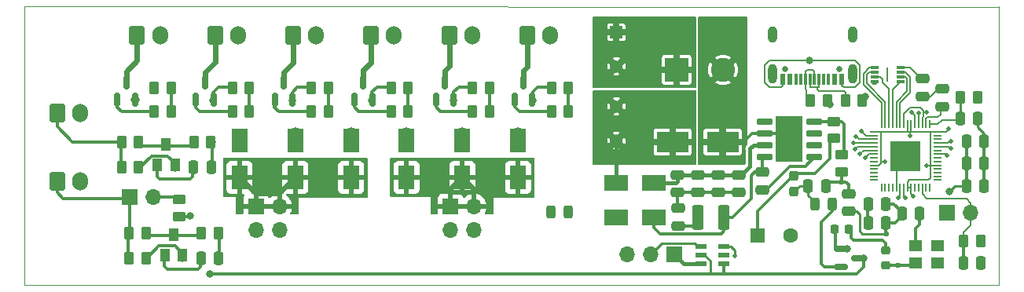
<source format=gbr>
%TF.GenerationSoftware,KiCad,Pcbnew,(6.0.10)*%
%TF.CreationDate,2022-12-24T21:30:53-06:00*%
%TF.ProjectId,better-klipper-expander,62657474-6572-42d6-9b6c-69707065722d,V1*%
%TF.SameCoordinates,Original*%
%TF.FileFunction,Copper,L1,Top*%
%TF.FilePolarity,Positive*%
%FSLAX46Y46*%
G04 Gerber Fmt 4.6, Leading zero omitted, Abs format (unit mm)*
G04 Created by KiCad (PCBNEW (6.0.10)) date 2022-12-24 21:30:53*
%MOMM*%
%LPD*%
G01*
G04 APERTURE LIST*
G04 Aperture macros list*
%AMRoundRect*
0 Rectangle with rounded corners*
0 $1 Rounding radius*
0 $2 $3 $4 $5 $6 $7 $8 $9 X,Y pos of 4 corners*
0 Add a 4 corners polygon primitive as box body*
4,1,4,$2,$3,$4,$5,$6,$7,$8,$9,$2,$3,0*
0 Add four circle primitives for the rounded corners*
1,1,$1+$1,$2,$3*
1,1,$1+$1,$4,$5*
1,1,$1+$1,$6,$7*
1,1,$1+$1,$8,$9*
0 Add four rect primitives between the rounded corners*
20,1,$1+$1,$2,$3,$4,$5,0*
20,1,$1+$1,$4,$5,$6,$7,0*
20,1,$1+$1,$6,$7,$8,$9,0*
20,1,$1+$1,$8,$9,$2,$3,0*%
G04 Aperture macros list end*
%TA.AperFunction,Profile*%
%ADD10C,0.050000*%
%TD*%
%TA.AperFunction,SMDPad,CuDef*%
%ADD11R,1.000000X1.400000*%
%TD*%
%TA.AperFunction,SMDPad,CuDef*%
%ADD12RoundRect,0.250000X-0.262500X-0.450000X0.262500X-0.450000X0.262500X0.450000X-0.262500X0.450000X0*%
%TD*%
%TA.AperFunction,ComponentPad*%
%ADD13RoundRect,0.250000X-0.600000X-0.750000X0.600000X-0.750000X0.600000X0.750000X-0.600000X0.750000X0*%
%TD*%
%TA.AperFunction,ComponentPad*%
%ADD14O,1.700000X2.000000*%
%TD*%
%TA.AperFunction,SMDPad,CuDef*%
%ADD15R,2.500000X1.800000*%
%TD*%
%TA.AperFunction,SMDPad,CuDef*%
%ADD16RoundRect,0.250000X-0.475000X0.250000X-0.475000X-0.250000X0.475000X-0.250000X0.475000X0.250000X0*%
%TD*%
%TA.AperFunction,SMDPad,CuDef*%
%ADD17R,1.800000X2.500000*%
%TD*%
%TA.AperFunction,SMDPad,CuDef*%
%ADD18RoundRect,0.250000X0.262500X0.450000X-0.262500X0.450000X-0.262500X-0.450000X0.262500X-0.450000X0*%
%TD*%
%TA.AperFunction,SMDPad,CuDef*%
%ADD19RoundRect,0.250000X0.250000X0.475000X-0.250000X0.475000X-0.250000X-0.475000X0.250000X-0.475000X0*%
%TD*%
%TA.AperFunction,SMDPad,CuDef*%
%ADD20RoundRect,0.250000X-0.250000X-0.475000X0.250000X-0.475000X0.250000X0.475000X-0.250000X0.475000X0*%
%TD*%
%TA.AperFunction,SMDPad,CuDef*%
%ADD21RoundRect,0.050000X-0.387500X-0.050000X0.387500X-0.050000X0.387500X0.050000X-0.387500X0.050000X0*%
%TD*%
%TA.AperFunction,SMDPad,CuDef*%
%ADD22RoundRect,0.050000X-0.050000X-0.387500X0.050000X-0.387500X0.050000X0.387500X-0.050000X0.387500X0*%
%TD*%
%TA.AperFunction,SMDPad,CuDef*%
%ADD23R,3.200000X3.200000*%
%TD*%
%TA.AperFunction,SMDPad,CuDef*%
%ADD24R,0.900000X0.300000*%
%TD*%
%TA.AperFunction,SMDPad,CuDef*%
%ADD25R,0.250000X1.650000*%
%TD*%
%TA.AperFunction,ComponentPad*%
%ADD26R,1.700000X1.700000*%
%TD*%
%TA.AperFunction,ComponentPad*%
%ADD27O,1.700000X1.700000*%
%TD*%
%TA.AperFunction,SMDPad,CuDef*%
%ADD28RoundRect,0.250000X-0.450000X0.262500X-0.450000X-0.262500X0.450000X-0.262500X0.450000X0.262500X0*%
%TD*%
%TA.AperFunction,SMDPad,CuDef*%
%ADD29RoundRect,0.150000X0.150000X-0.587500X0.150000X0.587500X-0.150000X0.587500X-0.150000X-0.587500X0*%
%TD*%
%TA.AperFunction,SMDPad,CuDef*%
%ADD30R,1.400000X1.200000*%
%TD*%
%TA.AperFunction,SMDPad,CuDef*%
%ADD31RoundRect,0.243750X-0.243750X-0.456250X0.243750X-0.456250X0.243750X0.456250X-0.243750X0.456250X0*%
%TD*%
%TA.AperFunction,SMDPad,CuDef*%
%ADD32RoundRect,0.237500X0.237500X-0.287500X0.237500X0.287500X-0.237500X0.287500X-0.237500X-0.287500X0*%
%TD*%
%TA.AperFunction,SMDPad,CuDef*%
%ADD33RoundRect,0.250000X0.475000X-0.250000X0.475000X0.250000X-0.475000X0.250000X-0.475000X-0.250000X0*%
%TD*%
%TA.AperFunction,SMDPad,CuDef*%
%ADD34RoundRect,0.150000X-0.587500X-0.150000X0.587500X-0.150000X0.587500X0.150000X-0.587500X0.150000X0*%
%TD*%
%TA.AperFunction,ComponentPad*%
%ADD35R,2.600000X2.600000*%
%TD*%
%TA.AperFunction,ComponentPad*%
%ADD36C,2.600000*%
%TD*%
%TA.AperFunction,SMDPad,CuDef*%
%ADD37RoundRect,0.006000X0.769000X0.294000X-0.769000X0.294000X-0.769000X-0.294000X0.769000X-0.294000X0*%
%TD*%
%TA.AperFunction,SMDPad,CuDef*%
%ADD38R,2.950000X4.900000*%
%TD*%
%TA.AperFunction,ComponentPad*%
%ADD39C,0.300000*%
%TD*%
%TA.AperFunction,SMDPad,CuDef*%
%ADD40RoundRect,0.225000X0.250000X-0.225000X0.250000X0.225000X-0.250000X0.225000X-0.250000X-0.225000X0*%
%TD*%
%TA.AperFunction,SMDPad,CuDef*%
%ADD41RoundRect,0.250000X0.375000X1.075000X-0.375000X1.075000X-0.375000X-1.075000X0.375000X-1.075000X0*%
%TD*%
%TA.AperFunction,SMDPad,CuDef*%
%ADD42RoundRect,0.225000X0.225000X0.250000X-0.225000X0.250000X-0.225000X-0.250000X0.225000X-0.250000X0*%
%TD*%
%TA.AperFunction,SMDPad,CuDef*%
%ADD43RoundRect,0.040600X0.564400X0.249400X-0.564400X0.249400X-0.564400X-0.249400X0.564400X-0.249400X0*%
%TD*%
%TA.AperFunction,ComponentPad*%
%ADD44R,1.600000X1.600000*%
%TD*%
%TA.AperFunction,ComponentPad*%
%ADD45C,1.600000*%
%TD*%
%TA.AperFunction,SMDPad,CuDef*%
%ADD46R,3.500000X2.300000*%
%TD*%
%TA.AperFunction,SMDPad,CuDef*%
%ADD47RoundRect,0.250000X0.450000X-0.262500X0.450000X0.262500X-0.450000X0.262500X-0.450000X-0.262500X0*%
%TD*%
%TA.AperFunction,SMDPad,CuDef*%
%ADD48O,0.990600X1.803400*%
%TD*%
%TA.AperFunction,SMDPad,CuDef*%
%ADD49O,0.990600X2.108200*%
%TD*%
%TA.AperFunction,ComponentPad*%
%ADD50C,0.660400*%
%TD*%
%TA.AperFunction,SMDPad,CuDef*%
%ADD51R,0.584200X1.143000*%
%TD*%
%TA.AperFunction,SMDPad,CuDef*%
%ADD52R,0.304800X1.143000*%
%TD*%
%TA.AperFunction,ComponentPad*%
%ADD53R,1.337000X1.337000*%
%TD*%
%TA.AperFunction,ComponentPad*%
%ADD54C,1.337000*%
%TD*%
%TA.AperFunction,ViaPad*%
%ADD55C,0.800000*%
%TD*%
%TA.AperFunction,ViaPad*%
%ADD56C,0.600000*%
%TD*%
%TA.AperFunction,ViaPad*%
%ADD57C,1.000000*%
%TD*%
%TA.AperFunction,ViaPad*%
%ADD58C,0.500000*%
%TD*%
%TA.AperFunction,ViaPad*%
%ADD59C,1.500000*%
%TD*%
%TA.AperFunction,Conductor*%
%ADD60C,0.200000*%
%TD*%
%TA.AperFunction,Conductor*%
%ADD61C,0.150000*%
%TD*%
%TA.AperFunction,Conductor*%
%ADD62C,0.400000*%
%TD*%
%TA.AperFunction,Conductor*%
%ADD63C,0.300000*%
%TD*%
%TA.AperFunction,Conductor*%
%ADD64C,0.350000*%
%TD*%
%TA.AperFunction,Conductor*%
%ADD65C,0.250000*%
%TD*%
%TA.AperFunction,Conductor*%
%ADD66C,0.600000*%
%TD*%
%TA.AperFunction,Conductor*%
%ADD67C,0.500000*%
%TD*%
G04 APERTURE END LIST*
D10*
X88045000Y-77495000D02*
X88045000Y-107495000D01*
X193045000Y-77500000D02*
X88045000Y-77495000D01*
X88045000Y-107495000D02*
X193045000Y-107495000D01*
X193045000Y-107495000D02*
X193045000Y-77495000D01*
D11*
%TO.P,D11,1*%
%TO.N,GND*%
X102350000Y-94587500D03*
%TO.P,D11,2*%
%TO.N,+3.3V*%
X104250000Y-94587500D03*
%TO.P,D11,3*%
%TO.N,Net-(D11-Pad3)*%
X103300000Y-92387500D03*
%TD*%
%TO.P,D4,1*%
%TO.N,GND*%
X103162500Y-104300000D03*
%TO.P,D4,2*%
%TO.N,+3.3V*%
X105062500Y-104300000D03*
%TO.P,D4,3*%
%TO.N,Net-(D4-Pad3)*%
X104112500Y-102100000D03*
%TD*%
D12*
%TO.P,R8,1*%
%TO.N,Net-(Q1-Pad1)*%
X144787500Y-88762500D03*
%TO.P,R8,2*%
%TO.N,FAN0*%
X146612500Y-88762500D03*
%TD*%
D13*
%TO.P,J8,1,Pin_1*%
%TO.N,Net-(D9-Pad2)*%
X108550000Y-80575000D03*
D14*
%TO.P,J8,2,Pin_2*%
%TO.N,VFAN*%
X111050000Y-80575000D03*
%TD*%
D15*
%TO.P,D1,1,K*%
%TO.N,Net-(C1-Pad1)*%
X155800000Y-96500000D03*
%TO.P,D1,2,A*%
%TO.N,VCC*%
X151800000Y-96500000D03*
%TD*%
D16*
%TO.P,C1,1*%
%TO.N,Net-(C1-Pad1)*%
X158400000Y-95650000D03*
%TO.P,C1,2*%
%TO.N,GND*%
X158400000Y-97550000D03*
%TD*%
D17*
%TO.P,D8,1,K*%
%TO.N,VFAN*%
X123200000Y-95900000D03*
%TO.P,D8,2,A*%
%TO.N,Net-(D8-Pad2)*%
X123200000Y-91900000D03*
%TD*%
D12*
%TO.P,R12,1*%
%TO.N,Net-(Q3-Pad1)*%
X127537500Y-88762500D03*
%TO.P,R12,2*%
%TO.N,FAN2*%
X129362500Y-88762500D03*
%TD*%
D18*
%TO.P,R25,1*%
%TO.N,Net-(D11-Pad3)*%
X100312500Y-92087500D03*
%TO.P,R25,2*%
%TO.N,Net-(J10-Pad1)*%
X98487500Y-92087500D03*
%TD*%
D19*
%TO.P,C23,1*%
%TO.N,TH1*%
X108150000Y-94787500D03*
%TO.P,C23,2*%
%TO.N,GND*%
X106250000Y-94787500D03*
%TD*%
D20*
%TO.P,C11,1*%
%TO.N,+3.3V*%
X189500000Y-94400000D03*
%TO.P,C11,2*%
%TO.N,GND*%
X191400000Y-94400000D03*
%TD*%
D19*
%TO.P,C18,1*%
%TO.N,+3.3V*%
X180850000Y-98800000D03*
%TO.P,C18,2*%
%TO.N,GND*%
X178950000Y-98800000D03*
%TD*%
D21*
%TO.P,U4,1,IOVDD*%
%TO.N,+3.3V*%
X179525000Y-91000000D03*
%TO.P,U4,2,GPIO0*%
%TO.N,FAN0*%
X179525000Y-91400000D03*
%TO.P,U4,3,GPIO1*%
%TO.N,FAN1*%
X179525000Y-91800000D03*
%TO.P,U4,4,GPIO2*%
%TO.N,FAN2*%
X179525000Y-92200000D03*
%TO.P,U4,5,GPIO3*%
%TO.N,FAN3*%
X179525000Y-92600000D03*
%TO.P,U4,6,GPIO4*%
%TO.N,FAN4*%
X179525000Y-93000000D03*
%TO.P,U4,7,GPIO5*%
%TO.N,FAN5*%
X179525000Y-93400000D03*
%TO.P,U4,8,GPIO6*%
%TO.N,unconnected-(U4-Pad8)*%
X179525000Y-93800000D03*
%TO.P,U4,9,GPIO7*%
%TO.N,unconnected-(U4-Pad9)*%
X179525000Y-94200000D03*
%TO.P,U4,10,IOVDD*%
%TO.N,+3.3V*%
X179525000Y-94600000D03*
%TO.P,U4,11,GPIO8*%
%TO.N,unconnected-(U4-Pad11)*%
X179525000Y-95000000D03*
%TO.P,U4,12,GPIO9*%
%TO.N,unconnected-(U4-Pad12)*%
X179525000Y-95400000D03*
%TO.P,U4,13,GPIO10*%
%TO.N,unconnected-(U4-Pad13)*%
X179525000Y-95800000D03*
%TO.P,U4,14,GPIO11*%
%TO.N,unconnected-(U4-Pad14)*%
X179525000Y-96200000D03*
D22*
%TO.P,U4,15,GPIO12*%
%TO.N,unconnected-(U4-Pad15)*%
X180362500Y-97037500D03*
%TO.P,U4,16,GPIO13*%
%TO.N,unconnected-(U4-Pad16)*%
X180762500Y-97037500D03*
%TO.P,U4,17,GPIO14*%
%TO.N,unconnected-(U4-Pad17)*%
X181162500Y-97037500D03*
%TO.P,U4,18,GPIO15*%
%TO.N,unconnected-(U4-Pad18)*%
X181562500Y-97037500D03*
%TO.P,U4,19,TESTEN*%
%TO.N,GND*%
X181962500Y-97037500D03*
%TO.P,U4,20,XIN*%
%TO.N,XIN*%
X182362500Y-97037500D03*
%TO.P,U4,21,XOUT*%
%TO.N,XOUT*%
X182762500Y-97037500D03*
%TO.P,U4,22,IOVDD*%
%TO.N,+3.3V*%
X183162500Y-97037500D03*
%TO.P,U4,23,DVDD*%
X183562500Y-97037500D03*
%TO.P,U4,24,SWCLK*%
%TO.N,unconnected-(U4-Pad24)*%
X183962500Y-97037500D03*
%TO.P,U4,25,SWD*%
%TO.N,unconnected-(U4-Pad25)*%
X184362500Y-97037500D03*
%TO.P,U4,26,RUN*%
%TO.N,Net-(C4-Pad2)*%
X184762500Y-97037500D03*
%TO.P,U4,27,GPIO16*%
%TO.N,unconnected-(U4-Pad27)*%
X185162500Y-97037500D03*
%TO.P,U4,28,GPIO17*%
%TO.N,unconnected-(U4-Pad28)*%
X185562500Y-97037500D03*
D21*
%TO.P,U4,29,GPIO18*%
%TO.N,unconnected-(U4-Pad29)*%
X186400000Y-96200000D03*
%TO.P,U4,30,GPIO19*%
%TO.N,unconnected-(U4-Pad30)*%
X186400000Y-95800000D03*
%TO.P,U4,31,GPIO20*%
%TO.N,unconnected-(U4-Pad31)*%
X186400000Y-95400000D03*
%TO.P,U4,32,GPIO21*%
%TO.N,unconnected-(U4-Pad32)*%
X186400000Y-95000000D03*
%TO.P,U4,33,IOVDD*%
%TO.N,+3.3V*%
X186400000Y-94600000D03*
%TO.P,U4,34,GPIO22*%
%TO.N,unconnected-(U4-Pad34)*%
X186400000Y-94200000D03*
%TO.P,U4,35,GPIO23*%
%TO.N,unconnected-(U4-Pad35)*%
X186400000Y-93800000D03*
%TO.P,U4,36,GPIO24*%
%TO.N,NEOPIXEL*%
X186400000Y-93400000D03*
%TO.P,U4,37,GPIO25*%
%TO.N,unconnected-(U4-Pad37)*%
X186400000Y-93000000D03*
%TO.P,U4,38,GPIO26_ADC0*%
%TO.N,TH1*%
X186400000Y-92600000D03*
%TO.P,U4,39,GPIO27_ADC1*%
%TO.N,TH0*%
X186400000Y-92200000D03*
%TO.P,U4,40,GPIO28_ADC2*%
%TO.N,unconnected-(U4-Pad40)*%
X186400000Y-91800000D03*
%TO.P,U4,41,GPIO29_ADC3*%
%TO.N,unconnected-(U4-Pad41)*%
X186400000Y-91400000D03*
%TO.P,U4,42,IOVDD*%
%TO.N,+3.3V*%
X186400000Y-91000000D03*
D22*
%TO.P,U4,43,ADC_AVDD*%
%TO.N,Net-(C16-Pad1)*%
X185562500Y-90162500D03*
%TO.P,U4,44,VREG_IN*%
%TO.N,Net-(C14-Pad2)*%
X185162500Y-90162500D03*
%TO.P,U4,45,VREG_VOUT*%
%TO.N,+3.3V*%
X184762500Y-90162500D03*
%TO.P,U4,46,USB_DM*%
%TO.N,D-*%
X184362500Y-90162500D03*
%TO.P,U4,47,USB_DP*%
%TO.N,D+*%
X183962500Y-90162500D03*
%TO.P,U4,48,USB_VDD*%
%TO.N,+3.3V*%
X183562500Y-90162500D03*
%TO.P,U4,49,IOVDD*%
X183162500Y-90162500D03*
%TO.P,U4,50,DVDD*%
X182762500Y-90162500D03*
%TO.P,U4,51,QSPI_SD3*%
%TO.N,SD3*%
X182362500Y-90162500D03*
%TO.P,U4,52,QSPI_SCLK*%
%TO.N,CLK*%
X181962500Y-90162500D03*
%TO.P,U4,53,QSPI_SD0*%
%TO.N,SD0*%
X181562500Y-90162500D03*
%TO.P,U4,54,QSPI_SD2*%
%TO.N,SD2*%
X181162500Y-90162500D03*
%TO.P,U4,55,QSPI_SD1*%
%TO.N,SD1*%
X180762500Y-90162500D03*
%TO.P,U4,56,QSPI_SS*%
%TO.N,CS*%
X180362500Y-90162500D03*
D23*
%TO.P,U4,57,GND*%
%TO.N,GND*%
X182962500Y-93600000D03*
%TD*%
D18*
%TO.P,R14,1*%
%TO.N,TH0*%
X108925000Y-101950000D03*
%TO.P,R14,2*%
%TO.N,Net-(D4-Pad3)*%
X107100000Y-101950000D03*
%TD*%
D24*
%TO.P,U1,1,CS*%
%TO.N,CS*%
X179600000Y-84050000D03*
%TO.P,U1,2,DO*%
%TO.N,SD1*%
X179600000Y-84550000D03*
%TO.P,U1,3,WP*%
%TO.N,SD2*%
X179600000Y-85050000D03*
%TO.P,U1,4,GND*%
%TO.N,GND*%
X179600000Y-85550000D03*
%TO.P,U1,5,DI*%
%TO.N,SD0*%
X182400000Y-85550000D03*
%TO.P,U1,6,CLK*%
%TO.N,CLK*%
X182400000Y-85050000D03*
%TO.P,U1,7,HOLD*%
%TO.N,SD3*%
X182400000Y-84550000D03*
%TO.P,U1,8,VCC*%
%TO.N,Net-(C15-Pad1)*%
X182400000Y-84050000D03*
D25*
%TO.P,U1,9*%
%TO.N,N/C*%
X181000000Y-84800000D03*
%TD*%
D26*
%TO.P,JP2,1,A*%
%TO.N,Net-(J6-Pad1)*%
X99325000Y-98000000D03*
D27*
%TO.P,JP2,2,B*%
%TO.N,Net-(JP2-Pad2)*%
X101865000Y-98000000D03*
%TD*%
D17*
%TO.P,D9,1,K*%
%TO.N,VFAN*%
X117200000Y-95900000D03*
%TO.P,D9,2,A*%
%TO.N,Net-(D9-Pad2)*%
X117200000Y-91900000D03*
%TD*%
D12*
%TO.P,R13,1*%
%TO.N,GND*%
X127537500Y-86300000D03*
%TO.P,R13,2*%
%TO.N,FAN2*%
X129362500Y-86300000D03*
%TD*%
D13*
%TO.P,J5,1,Pin_1*%
%TO.N,Net-(D7-Pad2)*%
X125350000Y-80575000D03*
D14*
%TO.P,J5,2,Pin_2*%
%TO.N,VFAN*%
X127850000Y-80575000D03*
%TD*%
D20*
%TO.P,C10,1*%
%TO.N,+3.3V*%
X189500000Y-92000000D03*
%TO.P,C10,2*%
%TO.N,GND*%
X191400000Y-92000000D03*
%TD*%
D12*
%TO.P,R4,1*%
%TO.N,D-*%
X176487500Y-87600000D03*
%TO.P,R4,2*%
X178312500Y-87600000D03*
%TD*%
%TO.P,R11,1*%
%TO.N,GND*%
X136287500Y-86300000D03*
%TO.P,R11,2*%
%TO.N,FAN1*%
X138112500Y-86300000D03*
%TD*%
D20*
%TO.P,C9,1*%
%TO.N,Net-(C9-Pad1)*%
X172450000Y-96800000D03*
%TO.P,C9,2*%
%TO.N,GND*%
X174350000Y-96800000D03*
%TD*%
D17*
%TO.P,D5,1,K*%
%TO.N,VFAN*%
X141200000Y-95900000D03*
%TO.P,D5,2,A*%
%TO.N,Net-(D5-Pad2)*%
X141200000Y-91900000D03*
%TD*%
D13*
%TO.P,J9,1,Pin_1*%
%TO.N,VFAN*%
X100150000Y-80575000D03*
D14*
%TO.P,J9,2,Pin_2*%
%TO.N,GND*%
X102650000Y-80575000D03*
%TD*%
D12*
%TO.P,R22,1*%
%TO.N,Net-(Q6-Pad1)*%
X101987500Y-88762500D03*
%TO.P,R22,2*%
%TO.N,FAN5*%
X103812500Y-88762500D03*
%TD*%
D28*
%TO.P,R17,1*%
%TO.N,Net-(JP2-Pad2)*%
X104700000Y-98287500D03*
%TO.P,R17,2*%
%TO.N,+3.3V*%
X104700000Y-100112500D03*
%TD*%
D16*
%TO.P,C2,1*%
%TO.N,Net-(C1-Pad1)*%
X160600000Y-95650000D03*
%TO.P,C2,2*%
%TO.N,GND*%
X160600000Y-97550000D03*
%TD*%
D20*
%TO.P,C16,1*%
%TO.N,Net-(C16-Pad1)*%
X188850000Y-89600000D03*
%TO.P,C16,2*%
%TO.N,GND*%
X190750000Y-89600000D03*
%TD*%
D19*
%TO.P,C20,1*%
%TO.N,+3.3V*%
X180850000Y-100800000D03*
%TO.P,C20,2*%
%TO.N,GND*%
X178950000Y-100800000D03*
%TD*%
D18*
%TO.P,R24,1*%
%TO.N,TH1*%
X108112500Y-92087500D03*
%TO.P,R24,2*%
%TO.N,Net-(D11-Pad3)*%
X106287500Y-92087500D03*
%TD*%
D12*
%TO.P,R26,1*%
%TO.N,Net-(J10-Pad1)*%
X98487500Y-94787500D03*
%TO.P,R26,2*%
%TO.N,+3.3V*%
X100312500Y-94787500D03*
%TD*%
D13*
%TO.P,J3,1,Pin_1*%
%TO.N,Net-(D5-Pad2)*%
X142200000Y-80575000D03*
D14*
%TO.P,J3,2,Pin_2*%
%TO.N,VFAN*%
X144700000Y-80575000D03*
%TD*%
D12*
%TO.P,R18,1*%
%TO.N,Net-(Q4-Pad1)*%
X118937500Y-88762500D03*
%TO.P,R18,2*%
%TO.N,FAN3*%
X120762500Y-88762500D03*
%TD*%
D26*
%TO.P,J13,1,Pin_1*%
%TO.N,VFAN*%
X112960000Y-99025000D03*
D27*
%TO.P,J13,2,Pin_2*%
X115500000Y-99025000D03*
%TO.P,J13,3,Pin_3*%
%TO.N,Net-(F3-Pad1)*%
X112960000Y-101565000D03*
%TO.P,J13,4,Pin_4*%
%TO.N,VCC*%
X115500000Y-101565000D03*
%TD*%
D29*
%TO.P,Q3,1,G*%
%TO.N,Net-(Q3-Pad1)*%
X123600000Y-87550000D03*
%TO.P,Q3,2,S*%
%TO.N,GND*%
X125500000Y-87550000D03*
%TO.P,Q3,3,D*%
%TO.N,Net-(D7-Pad2)*%
X124550000Y-85675000D03*
%TD*%
D12*
%TO.P,R3,1*%
%TO.N,D+*%
X172687500Y-87600000D03*
%TO.P,R3,2*%
X174512500Y-87600000D03*
%TD*%
D30*
%TO.P,Y1,1,1*%
%TO.N,XIN*%
X184000000Y-105150000D03*
%TO.P,Y1,2,2*%
%TO.N,GND*%
X186400000Y-105150000D03*
%TO.P,Y1,3,3*%
%TO.N,XOUT*%
X186400000Y-103250000D03*
%TO.P,Y1,4,4*%
%TO.N,GND*%
X184000000Y-103250000D03*
%TD*%
D31*
%TO.P,F3,1*%
%TO.N,Net-(F3-Pad1)*%
X144762500Y-99600000D03*
%TO.P,F3,2*%
%TO.N,+5V*%
X146637500Y-99600000D03*
%TD*%
D12*
%TO.P,R16,1*%
%TO.N,Net-(J6-Pad1)*%
X99300000Y-104600000D03*
%TO.P,R16,2*%
%TO.N,+3.3V*%
X101125000Y-104600000D03*
%TD*%
D32*
%TO.P,F1,1*%
%TO.N,Net-(C9-Pad1)*%
X170900000Y-97475000D03*
%TO.P,F1,2*%
%TO.N,+5V*%
X170900000Y-95725000D03*
%TD*%
D18*
%TO.P,R2,1*%
%TO.N,+3.3V*%
X191025000Y-102800000D03*
%TO.P,R2,2*%
%TO.N,Net-(C4-Pad2)*%
X189200000Y-102800000D03*
%TD*%
D13*
%TO.P,J4,1,Pin_1*%
%TO.N,Net-(D6-Pad2)*%
X133800000Y-80575000D03*
D14*
%TO.P,J4,2,Pin_2*%
%TO.N,VFAN*%
X136300000Y-80575000D03*
%TD*%
D12*
%TO.P,R20,1*%
%TO.N,Net-(Q5-Pad1)*%
X110437500Y-88762500D03*
%TO.P,R20,2*%
%TO.N,FAN4*%
X112262500Y-88762500D03*
%TD*%
D20*
%TO.P,C21,1*%
%TO.N,+3.3V*%
X182550000Y-99800000D03*
%TO.P,C21,2*%
%TO.N,GND*%
X184450000Y-99800000D03*
%TD*%
D33*
%TO.P,C6,1*%
%TO.N,+3.3V*%
X176800000Y-99550000D03*
%TO.P,C6,2*%
%TO.N,GND*%
X176800000Y-97650000D03*
%TD*%
D16*
%TO.P,C15,1*%
%TO.N,Net-(C15-Pad1)*%
X184800000Y-85250000D03*
%TO.P,C15,2*%
%TO.N,+3.3V*%
X184800000Y-87150000D03*
%TD*%
D33*
%TO.P,C17,1*%
%TO.N,+5V*%
X158500000Y-101150000D03*
%TO.P,C17,2*%
%TO.N,GND*%
X158500000Y-99250000D03*
%TD*%
D29*
%TO.P,Q6,1,G*%
%TO.N,Net-(Q6-Pad1)*%
X98050000Y-87550000D03*
%TO.P,Q6,2,S*%
%TO.N,VFAN*%
X99950000Y-87550000D03*
%TO.P,Q6,3,D*%
X99000000Y-85675000D03*
%TD*%
D31*
%TO.P,L2,1*%
%TO.N,Net-(C9-Pad1)*%
X173162500Y-98800000D03*
%TO.P,L2,2*%
%TO.N,Net-(L2-Pad2)*%
X175037500Y-98800000D03*
%TD*%
D19*
%TO.P,C4,1*%
%TO.N,GND*%
X191062500Y-105100000D03*
%TO.P,C4,2*%
%TO.N,Net-(C4-Pad2)*%
X189162500Y-105100000D03*
%TD*%
D34*
%TO.P,U2,1,GND*%
%TO.N,GND*%
X175962500Y-103650000D03*
%TO.P,U2,2,LX*%
%TO.N,Net-(L2-Pad2)*%
X175962500Y-105550000D03*
%TO.P,U2,3,VOUT*%
%TO.N,+3.3V*%
X177837500Y-104600000D03*
%TD*%
D16*
%TO.P,C5,1*%
%TO.N,Net-(C1-Pad1)*%
X165000000Y-95650000D03*
%TO.P,C5,2*%
%TO.N,GND*%
X165000000Y-97550000D03*
%TD*%
%TO.P,C14,1*%
%TO.N,+3.3V*%
X186900000Y-86350000D03*
%TO.P,C14,2*%
%TO.N,Net-(C14-Pad2)*%
X186900000Y-88250000D03*
%TD*%
D13*
%TO.P,J6,1,Pin_1*%
%TO.N,Net-(J6-Pad1)*%
X91545000Y-96295000D03*
D14*
%TO.P,J6,2,Pin_2*%
%TO.N,GND*%
X94045000Y-96295000D03*
%TD*%
D29*
%TO.P,Q5,1,G*%
%TO.N,Net-(Q5-Pad1)*%
X106500000Y-87550000D03*
%TO.P,Q5,2,S*%
%TO.N,GND*%
X108400000Y-87550000D03*
%TO.P,Q5,3,D*%
%TO.N,Net-(D9-Pad2)*%
X107450000Y-85675000D03*
%TD*%
D35*
%TO.P,J1,1,Pin_1*%
%TO.N,Net-(F2-Pad1)*%
X158300000Y-84295000D03*
D36*
%TO.P,J1,2,Pin_2*%
%TO.N,GND*%
X163300000Y-84295000D03*
%TD*%
D26*
%TO.P,J11,1,Pin_1*%
%TO.N,VFAN*%
X133925000Y-99025000D03*
D27*
%TO.P,J11,2,Pin_2*%
X136465000Y-99025000D03*
%TO.P,J11,3,Pin_3*%
%TO.N,Net-(F3-Pad1)*%
X133925000Y-101565000D03*
%TO.P,J11,4,Pin_4*%
%TO.N,VCC*%
X136465000Y-101565000D03*
%TD*%
D33*
%TO.P,C13,1*%
%TO.N,Net-(C13-Pad1)*%
X167500000Y-97250000D03*
%TO.P,C13,2*%
%TO.N,Net-(C13-Pad2)*%
X167500000Y-95350000D03*
%TD*%
D12*
%TO.P,R5,1*%
%TO.N,Net-(C16-Pad1)*%
X188887500Y-87300000D03*
%TO.P,R5,2*%
%TO.N,+3.3V*%
X190712500Y-87300000D03*
%TD*%
D13*
%TO.P,J7,1,Pin_1*%
%TO.N,Net-(D8-Pad2)*%
X116950000Y-80575000D03*
D14*
%TO.P,J7,2,Pin_2*%
%TO.N,VFAN*%
X119450000Y-80575000D03*
%TD*%
D37*
%TO.P,U3,1,BOOT*%
%TO.N,Net-(C13-Pad1)*%
X173140000Y-93705000D03*
%TO.P,U3,2,NC*%
%TO.N,unconnected-(U3-Pad2)*%
X173140000Y-92435000D03*
%TO.P,U3,3,NC*%
%TO.N,unconnected-(U3-Pad3)*%
X173140000Y-91165000D03*
%TO.P,U3,4,VSENSE*%
%TO.N,Net-(R6-Pad2)*%
X173140000Y-89895000D03*
%TO.P,U3,5,ENA*%
%TO.N,unconnected-(U3-Pad5)*%
X167740000Y-89895000D03*
%TO.P,U3,6,GND*%
%TO.N,GND*%
X167740000Y-91165000D03*
%TO.P,U3,7,VIN*%
%TO.N,Net-(C1-Pad1)*%
X167740000Y-92435000D03*
%TO.P,U3,8,PH*%
%TO.N,Net-(C13-Pad2)*%
X167740000Y-93705000D03*
D38*
%TO.P,U3,9,POWERPAD*%
%TO.N,GND*%
X170440000Y-91800000D03*
D39*
%TO.P,U3,10*%
%TO.N,N/C*%
X171090000Y-93750000D03*
%TO.P,U3,11*%
X169790000Y-93750000D03*
%TO.P,U3,12*%
X171090000Y-92450000D03*
%TO.P,U3,13*%
X169790000Y-92450000D03*
%TO.P,U3,14*%
X171090000Y-91150000D03*
%TO.P,U3,15*%
X169790000Y-91150000D03*
%TO.P,U3,16*%
X171090000Y-89850000D03*
%TO.P,U3,17*%
X169790000Y-89850000D03*
%TD*%
D28*
%TO.P,R7,1*%
%TO.N,Net-(R6-Pad2)*%
X176100000Y-93487500D03*
%TO.P,R7,2*%
%TO.N,GND*%
X176100000Y-95312500D03*
%TD*%
D12*
%TO.P,R10,1*%
%TO.N,Net-(Q2-Pad1)*%
X136287500Y-88762500D03*
%TO.P,R10,2*%
%TO.N,FAN1*%
X138112500Y-88762500D03*
%TD*%
D20*
%TO.P,C12,1*%
%TO.N,+3.3V*%
X189500000Y-96800000D03*
%TO.P,C12,2*%
%TO.N,GND*%
X191400000Y-96800000D03*
%TD*%
D26*
%TO.P,J12,1,Pin_1*%
%TO.N,+5V*%
X158000000Y-104200000D03*
D27*
%TO.P,J12,2,Pin_2*%
%TO.N,Net-(J12-Pad2)*%
X155460000Y-104200000D03*
%TO.P,J12,3,Pin_3*%
%TO.N,GND*%
X152920000Y-104200000D03*
%TD*%
D18*
%TO.P,R15,1*%
%TO.N,Net-(D4-Pad3)*%
X101125000Y-101900000D03*
%TO.P,R15,2*%
%TO.N,Net-(J6-Pad1)*%
X99300000Y-101900000D03*
%TD*%
D40*
%TO.P,C7,1*%
%TO.N,XIN*%
X180800000Y-105375000D03*
%TO.P,C7,2*%
%TO.N,Net-(C7-Pad2)*%
X180800000Y-103825000D03*
%TD*%
D29*
%TO.P,Q1,1,G*%
%TO.N,Net-(Q1-Pad1)*%
X140850000Y-87550000D03*
%TO.P,Q1,2,S*%
%TO.N,GND*%
X142750000Y-87550000D03*
%TO.P,Q1,3,D*%
%TO.N,Net-(D5-Pad2)*%
X141800000Y-85675000D03*
%TD*%
D17*
%TO.P,D10,1,K*%
%TO.N,VFAN*%
X111200000Y-95900000D03*
%TO.P,D10,2,A*%
%TO.N,GND*%
X111200000Y-91900000D03*
%TD*%
D41*
%TO.P,L1,1*%
%TO.N,Net-(C13-Pad2)*%
X163400000Y-100200000D03*
%TO.P,L1,2*%
%TO.N,+5V*%
X160600000Y-100200000D03*
%TD*%
D12*
%TO.P,R23,1*%
%TO.N,GND*%
X101987500Y-86300000D03*
%TO.P,R23,2*%
%TO.N,FAN5*%
X103812500Y-86300000D03*
%TD*%
D42*
%TO.P,C8,1*%
%TO.N,Net-(C7-Pad2)*%
X176875000Y-101500000D03*
%TO.P,C8,2*%
%TO.N,GND*%
X175325000Y-101500000D03*
%TD*%
D13*
%TO.P,J10,1,Pin_1*%
%TO.N,Net-(J10-Pad1)*%
X91545000Y-88975000D03*
D14*
%TO.P,J10,2,Pin_2*%
%TO.N,GND*%
X94045000Y-88975000D03*
%TD*%
D16*
%TO.P,C3,1*%
%TO.N,Net-(C1-Pad1)*%
X162800000Y-95650000D03*
%TO.P,C3,2*%
%TO.N,GND*%
X162800000Y-97550000D03*
%TD*%
D26*
%TO.P,JP1,1,A*%
%TO.N,GND*%
X187425000Y-99700000D03*
D27*
%TO.P,JP1,2,B*%
%TO.N,Net-(C4-Pad2)*%
X189965000Y-99700000D03*
%TD*%
D43*
%TO.P,U5,1,VCCA*%
%TO.N,+3.3V*%
X163412500Y-105250000D03*
%TO.P,U5,2,GND*%
%TO.N,GND*%
X163412500Y-104300000D03*
%TO.P,U5,3,A*%
%TO.N,NEOPIXEL*%
X163412500Y-103350000D03*
%TO.P,U5,4,B*%
%TO.N,Net-(J12-Pad2)*%
X160902500Y-103350000D03*
%TO.P,U5,5,OE*%
%TO.N,+3.3V*%
X160902500Y-104300000D03*
%TO.P,U5,6,VCCB*%
%TO.N,+5V*%
X160902500Y-105250000D03*
%TD*%
D19*
%TO.P,C22,1*%
%TO.N,TH0*%
X108962500Y-104600000D03*
%TO.P,C22,2*%
%TO.N,GND*%
X107062500Y-104600000D03*
%TD*%
D44*
%TO.P,C19,1*%
%TO.N,+5V*%
X167047349Y-102200000D03*
D45*
%TO.P,C19,2*%
%TO.N,GND*%
X170547349Y-102200000D03*
%TD*%
D17*
%TO.P,D6,1,K*%
%TO.N,VFAN*%
X135200000Y-95900000D03*
%TO.P,D6,2,A*%
%TO.N,Net-(D6-Pad2)*%
X135200000Y-91900000D03*
%TD*%
D46*
%TO.P,D2,1,A*%
%TO.N,GND*%
X163245000Y-92095000D03*
%TO.P,D2,2,K*%
%TO.N,VCC*%
X157845000Y-92095000D03*
%TD*%
D29*
%TO.P,Q4,1,G*%
%TO.N,Net-(Q4-Pad1)*%
X115000000Y-87550000D03*
%TO.P,Q4,2,S*%
%TO.N,GND*%
X116900000Y-87550000D03*
%TO.P,Q4,3,D*%
%TO.N,Net-(D8-Pad2)*%
X115950000Y-85675000D03*
%TD*%
D12*
%TO.P,R19,1*%
%TO.N,GND*%
X118937500Y-86300000D03*
%TO.P,R19,2*%
%TO.N,FAN3*%
X120762500Y-86300000D03*
%TD*%
D17*
%TO.P,D7,1,K*%
%TO.N,VFAN*%
X129200000Y-95900000D03*
%TO.P,D7,2,A*%
%TO.N,Net-(D7-Pad2)*%
X129200000Y-91900000D03*
%TD*%
D15*
%TO.P,D3,1,K*%
%TO.N,Net-(C13-Pad2)*%
X155800000Y-100200000D03*
%TO.P,D3,2,A*%
%TO.N,GND*%
X151800000Y-100200000D03*
%TD*%
D12*
%TO.P,R9,1*%
%TO.N,GND*%
X144787500Y-86300000D03*
%TO.P,R9,2*%
%TO.N,FAN0*%
X146612500Y-86300000D03*
%TD*%
D47*
%TO.P,R6,1*%
%TO.N,+5V*%
X175200000Y-91712500D03*
%TO.P,R6,2*%
%TO.N,Net-(R6-Pad2)*%
X175200000Y-89887500D03*
%TD*%
D48*
%TO.P,J2,13*%
%TO.N,N/C*%
X177220002Y-80530800D03*
%TO.P,J2,14*%
X168579998Y-80530800D03*
D49*
%TO.P,J2,15*%
X177220002Y-84710800D03*
%TO.P,J2,16*%
X168579998Y-84710800D03*
D50*
%TO.P,J2,17*%
X175789999Y-84210801D03*
%TO.P,J2,18*%
X170010001Y-84210801D03*
D51*
%TO.P,J2,A1-B12,GND*%
%TO.N,GND*%
X176100000Y-85285800D03*
%TO.P,J2,A4-B9,VBUS*%
%TO.N,unconnected-(J2-PadA4-B9)*%
X175300001Y-85285800D03*
D52*
%TO.P,J2,A5,CC1*%
%TO.N,unconnected-(J2-PadA5)*%
X174150000Y-85285800D03*
%TO.P,J2,A6,DP1*%
%TO.N,D+*%
X173150000Y-85285800D03*
%TO.P,J2,A7,DN1*%
%TO.N,D-*%
X172650000Y-85285800D03*
%TO.P,J2,A8,SBU1*%
%TO.N,unconnected-(J2-PadA8)*%
X171650000Y-85285800D03*
D51*
%TO.P,J2,B1-A12,GND*%
%TO.N,GND*%
X169700000Y-85285800D03*
%TO.P,J2,B4-A9,VBUS*%
%TO.N,unconnected-(J2-PadB4-A9)*%
X170499999Y-85285800D03*
D52*
%TO.P,J2,B5,CC2*%
%TO.N,unconnected-(J2-PadB5)*%
X171150001Y-85285800D03*
%TO.P,J2,B6,DP2*%
%TO.N,D+*%
X172149999Y-85285800D03*
%TO.P,J2,B7,DN2*%
%TO.N,D-*%
X173650001Y-85285800D03*
%TO.P,J2,B8,SBU2*%
%TO.N,unconnected-(J2-PadB8)*%
X174649999Y-85285800D03*
%TD*%
D53*
%TO.P,F2,1,1*%
%TO.N,Net-(F2-Pad1)*%
X151800000Y-80250000D03*
D54*
%TO.P,F2,2,2*%
X151800000Y-83950000D03*
%TO.P,F2,3,3*%
%TO.N,VCC*%
X151800000Y-88250000D03*
%TO.P,F2,4,4*%
X151800000Y-91950000D03*
%TD*%
D12*
%TO.P,R21,1*%
%TO.N,GND*%
X110437500Y-86300000D03*
%TO.P,R21,2*%
%TO.N,FAN4*%
X112262500Y-86300000D03*
%TD*%
D29*
%TO.P,Q2,1,G*%
%TO.N,Net-(Q2-Pad1)*%
X132350000Y-87550000D03*
%TO.P,Q2,2,S*%
%TO.N,GND*%
X134250000Y-87550000D03*
%TO.P,Q2,3,D*%
%TO.N,Net-(D6-Pad2)*%
X133300000Y-85675000D03*
%TD*%
D55*
%TO.N,GND*%
X181917500Y-94605000D03*
D56*
X179600000Y-85699502D03*
D55*
X186400000Y-105200000D03*
X191400000Y-94400000D03*
X184017500Y-92605000D03*
X176650000Y-103650000D03*
D56*
X163400000Y-104300000D03*
D55*
X184017500Y-94605000D03*
X103125100Y-104587400D03*
X191100000Y-105100000D03*
X108362500Y-87587500D03*
X181917500Y-92605000D03*
X116862500Y-87582905D03*
X142762500Y-87571351D03*
X182917500Y-93600000D03*
X163245000Y-92095000D03*
X172600000Y-83300000D03*
D56*
X176100000Y-96400000D03*
X178900000Y-101100000D03*
D55*
X165000000Y-97550000D03*
D57*
X151800000Y-100200000D03*
X111200000Y-91800000D03*
D55*
X134262500Y-87571351D03*
X102000000Y-86300000D03*
X158500000Y-99200000D03*
X125462500Y-87571351D03*
X184000000Y-103200000D03*
X102312600Y-94887400D03*
%TO.N,+3.3V*%
X180850000Y-98800000D03*
X189500000Y-92000000D03*
X105062500Y-104600000D03*
X190700000Y-87400000D03*
X104250000Y-94900000D03*
D56*
X180900000Y-102000000D03*
D55*
X105900000Y-100100000D03*
D58*
X180700000Y-94200000D03*
X183400000Y-91400000D03*
D55*
X191100000Y-102800000D03*
X108000000Y-106300000D03*
X178400000Y-104600000D03*
D58*
X187600000Y-90700000D03*
X185199104Y-88892181D03*
X183797382Y-97911054D03*
D55*
X187700000Y-97400000D03*
D58*
X185200000Y-94600000D03*
D55*
X186900000Y-86350000D03*
%TO.N,+5V*%
X160600000Y-100200000D03*
X146637500Y-99600000D03*
D56*
%TO.N,XIN*%
X182200000Y-105400000D03*
D58*
X182200000Y-98100000D03*
D57*
%TO.N,Net-(D6-Pad2)*%
X135200000Y-91000000D03*
%TO.N,Net-(D7-Pad2)*%
X129200000Y-91000000D03*
%TO.N,Net-(D8-Pad2)*%
X123200000Y-91000000D03*
%TO.N,Net-(D9-Pad2)*%
X117200000Y-91000000D03*
D55*
%TO.N,Net-(F3-Pad1)*%
X144762500Y-99600000D03*
D57*
%TO.N,Net-(D5-Pad2)*%
X141200000Y-91000000D03*
D55*
%TO.N,FAN0*%
X146612500Y-88762500D03*
D58*
X178200000Y-90900000D03*
%TO.N,FAN1*%
X177600000Y-91500000D03*
D55*
X138112500Y-88662500D03*
D58*
%TO.N,FAN2*%
X177300000Y-92200000D03*
D55*
X129362500Y-88600000D03*
%TO.N,FAN3*%
X120762500Y-88900000D03*
D58*
X177500000Y-92900000D03*
D55*
%TO.N,FAN4*%
X112262500Y-88900000D03*
D58*
X178000000Y-93400000D03*
%TO.N,FAN5*%
X178600000Y-93800000D03*
D55*
X103812500Y-88812500D03*
%TO.N,TH0*%
X109050000Y-101937500D03*
D58*
X187800000Y-92000000D03*
%TO.N,TH1*%
X187800000Y-92800000D03*
D55*
X108237500Y-92100000D03*
D57*
%TO.N,VFAN*%
X111200000Y-95900000D03*
D59*
X123200000Y-96000000D03*
X141200000Y-95900000D03*
D57*
X99950000Y-87550000D03*
D58*
%TO.N,D+*%
X183620878Y-88920878D03*
D55*
X174800000Y-88000000D03*
%TO.N,D-*%
X178600000Y-87200000D03*
D58*
X184376516Y-88940488D03*
%TO.N,XOUT*%
X182900000Y-98100000D03*
D56*
X186400000Y-103300000D03*
D58*
%TO.N,NEOPIXEL*%
X187400000Y-93500000D03*
X164550569Y-104349431D03*
%TD*%
D60*
%TO.N,Net-(C15-Pad1)*%
X183400000Y-84050000D02*
X184600000Y-85250000D01*
X182200000Y-84050000D02*
X183400000Y-84050000D01*
D61*
%TO.N,SD3*%
X183475000Y-85080025D02*
X183475000Y-86769974D01*
X183475000Y-86769974D02*
X182362500Y-87882474D01*
X182944975Y-84550000D02*
X183475000Y-85080025D01*
X182400000Y-84550000D02*
X182944975Y-84550000D01*
X182362500Y-87882474D02*
X182362500Y-90162500D01*
%TO.N,CLK*%
X181987500Y-90162500D02*
X181987500Y-87762500D01*
X181987500Y-87762500D02*
X183125000Y-86625000D01*
X183125000Y-86625000D02*
X183125000Y-85225000D01*
X183125000Y-85225000D02*
X182950000Y-85050000D01*
X182950000Y-85050000D02*
X182400000Y-85050000D01*
%TO.N,CS*%
X178400000Y-84705025D02*
X179055026Y-84050000D01*
X178400000Y-85894974D02*
X178400000Y-84705025D01*
X179055026Y-84050000D02*
X179600000Y-84050000D01*
X180362500Y-87857474D02*
X178400000Y-85894974D01*
X180362500Y-90162500D02*
X180362500Y-87857474D01*
%TO.N,SD1*%
X179050000Y-84550000D02*
X179600000Y-84550000D01*
X178750000Y-84850000D02*
X179050000Y-84550000D01*
X178750000Y-85750000D02*
X178750000Y-84850000D01*
X180762500Y-87762500D02*
X178750000Y-85750000D01*
X180762500Y-90162500D02*
X180762500Y-87762500D01*
%TO.N,SD2*%
X180250000Y-85050000D02*
X179600000Y-85050000D01*
X181162500Y-90162500D02*
X181162500Y-86362500D01*
X181162500Y-86362500D02*
X180500000Y-85700000D01*
X180500000Y-85700000D02*
X180500000Y-85300000D01*
X180500000Y-85300000D02*
X180250000Y-85050000D01*
%TO.N,SD0*%
X181562500Y-86387500D02*
X182400000Y-85550000D01*
X181562500Y-90162500D02*
X181562500Y-86387500D01*
D62*
%TO.N,Net-(C1-Pad1)*%
X165250000Y-95650000D02*
X166200000Y-94700000D01*
X166200000Y-92800000D02*
X166565000Y-92435000D01*
X166200000Y-94700000D02*
X166200000Y-92800000D01*
X158400000Y-96300000D02*
X158200000Y-96500000D01*
X158200000Y-96500000D02*
X155800000Y-96500000D01*
X166565000Y-92435000D02*
X167740000Y-92435000D01*
X158400000Y-95650000D02*
X158400000Y-96300000D01*
X158400000Y-95650000D02*
X165000000Y-95650000D01*
D63*
%TO.N,GND*%
X126000000Y-86183851D02*
X125462500Y-86721351D01*
X102600000Y-96100000D02*
X105900000Y-96100000D01*
X102312600Y-95812600D02*
X102600000Y-96100000D01*
D60*
X178015302Y-85684698D02*
X177500000Y-86200000D01*
D63*
X158400000Y-97550000D02*
X165000000Y-97550000D01*
D64*
X167740000Y-91165000D02*
X166435000Y-91165000D01*
D60*
X169715302Y-85285800D02*
X169715302Y-86000000D01*
D63*
X106162500Y-95837500D02*
X106162500Y-94900000D01*
D64*
X165495000Y-92095000D02*
X163245000Y-92095000D01*
D63*
X176100000Y-96400000D02*
X174750000Y-96400000D01*
X102312600Y-94887400D02*
X102312600Y-95812600D01*
X142762500Y-86721351D02*
X142762500Y-87571351D01*
X117400000Y-86195405D02*
X116862500Y-86732905D01*
X191400000Y-94400000D02*
X191400000Y-92000000D01*
D60*
X177492726Y-83300000D02*
X178015302Y-83822576D01*
D63*
X143300000Y-86183851D02*
X142762500Y-86721351D01*
X184000000Y-103200000D02*
X184000000Y-101400000D01*
X106712500Y-105800000D02*
X106975000Y-105537500D01*
X106975000Y-105537500D02*
X106975000Y-104600000D01*
X136300000Y-86183851D02*
X134800000Y-86183851D01*
D60*
X167800000Y-85684698D02*
X167800000Y-83807274D01*
D63*
X191400000Y-96800000D02*
X191400000Y-94400000D01*
X125462500Y-86721351D02*
X125462500Y-87571351D01*
D60*
X176100000Y-86000000D02*
X176100000Y-85285800D01*
X178015302Y-83822576D02*
X178015302Y-85684698D01*
X181962500Y-97037500D02*
X181962500Y-94650000D01*
D65*
X190750000Y-89700000D02*
X190750000Y-90500000D01*
D63*
X127500000Y-86183851D02*
X126000000Y-86183851D01*
X176800000Y-96700000D02*
X176800000Y-97650000D01*
D60*
X168315302Y-86200000D02*
X169515302Y-86200000D01*
D65*
X190750000Y-90500000D02*
X191400000Y-91150000D01*
D63*
X175400000Y-101750000D02*
X175400000Y-103650000D01*
X103125100Y-105512600D02*
X103412500Y-105800000D01*
D60*
X168315302Y-86200000D02*
X167800000Y-85684698D01*
D65*
X165500000Y-92100000D02*
X165495000Y-92095000D01*
D60*
X176300000Y-86200000D02*
X176100000Y-86000000D01*
D63*
X108362500Y-86737500D02*
X108362500Y-87587500D01*
X176100000Y-96400000D02*
X176500000Y-96400000D01*
X176100000Y-96400000D02*
X176100000Y-95312500D01*
D60*
X168307274Y-83300000D02*
X172600000Y-83300000D01*
D63*
X184000000Y-101400000D02*
X184450000Y-100950000D01*
D64*
X166435000Y-91165000D02*
X165500000Y-92100000D01*
D63*
X103125100Y-104587400D02*
X103125100Y-105512600D01*
D60*
X172600000Y-83300000D02*
X177492726Y-83300000D01*
D63*
X134262500Y-86721351D02*
X134262500Y-87571351D01*
X110400000Y-86200000D02*
X108900000Y-86200000D01*
D65*
X191400000Y-91150000D02*
X191400000Y-92000000D01*
D60*
X177500000Y-86200000D02*
X176300000Y-86200000D01*
D63*
X158400000Y-97550000D02*
X158400000Y-99100000D01*
X178850000Y-98800000D02*
X178850000Y-101050000D01*
D60*
X169715302Y-86000000D02*
X169515302Y-86200000D01*
D63*
X176500000Y-96400000D02*
X176800000Y-96700000D01*
X174750000Y-96400000D02*
X174350000Y-96800000D01*
X134800000Y-86183851D02*
X134262500Y-86721351D01*
D64*
X168175000Y-91165000D02*
X169200000Y-91165000D01*
D63*
X184450000Y-100950000D02*
X184450000Y-99800000D01*
X108900000Y-86200000D02*
X108362500Y-86737500D01*
D60*
X167800000Y-83807274D02*
X168307274Y-83300000D01*
D63*
X105900000Y-96100000D02*
X106162500Y-95837500D01*
X118900000Y-86195405D02*
X117400000Y-86195405D01*
X144800000Y-86183851D02*
X143300000Y-86183851D01*
D64*
X175400000Y-103650000D02*
X176650000Y-103650000D01*
D63*
X116862500Y-86732905D02*
X116862500Y-87582905D01*
X103412500Y-105800000D02*
X106712500Y-105800000D01*
D60*
%TO.N,Net-(C4-Pad2)*%
X189500000Y-98200000D02*
X189965000Y-98665000D01*
X184762500Y-97037500D02*
X184762500Y-97725000D01*
X184762500Y-97725000D02*
X185237500Y-98200000D01*
X189200000Y-101800000D02*
X189200000Y-102800000D01*
D63*
X189200000Y-102800000D02*
X189200000Y-105062500D01*
D60*
X189965000Y-98665000D02*
X189965000Y-99700000D01*
X189965000Y-101035000D02*
X189200000Y-101800000D01*
X185237500Y-98200000D02*
X189500000Y-98200000D01*
X189965000Y-99700000D02*
X189965000Y-101035000D01*
%TO.N,+3.3V*%
X180700000Y-94200000D02*
X180325000Y-94200000D01*
D63*
X180850000Y-98800000D02*
X181700000Y-98800000D01*
D65*
X177650000Y-99550000D02*
X176800000Y-99550000D01*
D63*
X181700000Y-98800000D02*
X182550000Y-99650000D01*
D60*
X180262500Y-91050000D02*
X180212500Y-91000000D01*
X180212500Y-91000000D02*
X179525000Y-91000000D01*
X185622500Y-96000000D02*
X185622500Y-94600000D01*
D65*
X161900000Y-104916664D02*
X161283336Y-104300000D01*
D63*
X178400000Y-104600000D02*
X178400000Y-105600000D01*
X189500000Y-94400000D02*
X189500000Y-92000000D01*
D60*
X185417500Y-96205000D02*
X185622500Y-96000000D01*
D65*
X180900000Y-102000000D02*
X178300000Y-102000000D01*
D60*
X186400000Y-94600000D02*
X185622500Y-94600000D01*
D63*
X180850000Y-100800000D02*
X180850000Y-101950000D01*
D60*
X183162500Y-90950000D02*
X183212500Y-91000000D01*
D63*
X102512500Y-103300000D02*
X104262500Y-103300000D01*
D61*
X182762500Y-90162500D02*
X182762500Y-89037500D01*
D60*
X183162500Y-96382513D02*
X183162500Y-97037500D01*
D61*
X185199104Y-88892181D02*
X185189769Y-88901516D01*
D60*
X180262500Y-94262500D02*
X180262500Y-94137500D01*
D63*
X104700000Y-100112500D02*
X105887500Y-100112500D01*
D61*
X183425000Y-88375000D02*
X184553491Y-88375000D01*
D60*
X185622500Y-91000000D02*
X183512500Y-91000000D01*
D63*
X163400000Y-106300000D02*
X163400000Y-105262500D01*
D65*
X178000000Y-99900000D02*
X177650000Y-99550000D01*
D63*
X189500000Y-94400000D02*
X189500000Y-96800000D01*
D60*
X179525000Y-94600000D02*
X180057475Y-94600000D01*
D63*
X181800000Y-100800000D02*
X182550000Y-100050000D01*
D60*
X180262500Y-94394975D02*
X180262500Y-94262500D01*
X183400000Y-91000000D02*
X183212500Y-91000000D01*
D65*
X161900000Y-106300000D02*
X161900000Y-104916664D01*
D63*
X180850000Y-100800000D02*
X181800000Y-100800000D01*
X163400000Y-106300000D02*
X161900000Y-106300000D01*
D61*
X184901516Y-89298484D02*
X184762500Y-89437500D01*
D65*
X178000000Y-101700000D02*
X178000000Y-99900000D01*
D63*
X101212500Y-104600000D02*
X102512500Y-103300000D01*
X177700000Y-106300000D02*
X163400000Y-106300000D01*
X104262500Y-103300000D02*
X105062500Y-104100000D01*
D61*
X184901516Y-88723025D02*
X184901516Y-88901516D01*
D63*
X103450000Y-93600000D02*
X104250000Y-94400000D01*
D61*
X182762500Y-89037500D02*
X183425000Y-88375000D01*
D63*
X105887500Y-100112500D02*
X105900000Y-100100000D01*
D60*
X183512500Y-91000000D02*
X183400000Y-91000000D01*
X183400000Y-91400000D02*
X183400000Y-91000000D01*
X183562500Y-90950000D02*
X183512500Y-91000000D01*
D63*
X101700000Y-93600000D02*
X103450000Y-93600000D01*
D61*
X184901516Y-88901516D02*
X184901516Y-89298484D01*
D60*
X183340013Y-96205000D02*
X183162500Y-96382513D01*
X183162500Y-90162500D02*
X183162500Y-90950000D01*
X183212500Y-91000000D02*
X180212500Y-91000000D01*
D65*
X187700000Y-97400000D02*
X188300000Y-96800000D01*
D60*
X185200000Y-94600000D02*
X185622500Y-94600000D01*
X186400000Y-91000000D02*
X185622500Y-91000000D01*
X185650000Y-87150000D02*
X184600000Y-87150000D01*
X183162500Y-97037500D02*
X183562500Y-97037500D01*
X180325000Y-94200000D02*
X180262500Y-94262500D01*
X183340013Y-96205000D02*
X185417500Y-96205000D01*
D61*
X184762500Y-89437500D02*
X184762500Y-90162500D01*
D63*
X178400000Y-105600000D02*
X177700000Y-106300000D01*
D65*
X178300000Y-102000000D02*
X178000000Y-101700000D01*
D63*
X180850000Y-101950000D02*
X180900000Y-102000000D01*
D60*
X186450000Y-86350000D02*
X185650000Y-87150000D01*
X183562500Y-90162500D02*
X183562500Y-90950000D01*
X186400000Y-91000000D02*
X187300000Y-91000000D01*
D63*
X100400000Y-94900000D02*
X101700000Y-93600000D01*
D60*
X185622500Y-94600000D02*
X185622500Y-91000000D01*
D61*
X183797382Y-97911054D02*
X183562500Y-97676172D01*
X185189769Y-88901516D02*
X184901516Y-88901516D01*
D60*
X180262500Y-94137500D02*
X180262500Y-91050000D01*
D65*
X188300000Y-96800000D02*
X189500000Y-96800000D01*
D60*
X187300000Y-91000000D02*
X187600000Y-90700000D01*
D63*
X108000000Y-106300000D02*
X161900000Y-106300000D01*
D60*
X180057475Y-94600000D02*
X180262500Y-94394975D01*
D61*
X183562500Y-97676172D02*
X183562500Y-97037500D01*
X184553491Y-88375000D02*
X184901516Y-88723025D01*
D63*
%TO.N,Net-(C13-Pad1)*%
X172145000Y-94700000D02*
X170500000Y-94700000D01*
X170500000Y-94700000D02*
X167950000Y-97250000D01*
X173140000Y-93705000D02*
X172145000Y-94700000D01*
D64*
%TO.N,Net-(C13-Pad2)*%
X155800000Y-101300000D02*
X156525000Y-102025000D01*
X164300000Y-100200000D02*
X166300000Y-98200000D01*
X155800000Y-100200000D02*
X155800000Y-101300000D01*
X167500000Y-93945000D02*
X167740000Y-93705000D01*
X163400000Y-101700000D02*
X163400000Y-100200000D01*
X156525000Y-102025000D02*
X163075000Y-102025000D01*
X166300000Y-95700000D02*
X166650000Y-95350000D01*
X166650000Y-95350000D02*
X167500000Y-95350000D01*
X166300000Y-98200000D02*
X166300000Y-95700000D01*
X167500000Y-95350000D02*
X167500000Y-93945000D01*
X163075000Y-102025000D02*
X163400000Y-101700000D01*
X163400000Y-100200000D02*
X164300000Y-100200000D01*
D63*
%TO.N,+5V*%
X167047349Y-102200000D02*
X167047349Y-99552651D01*
D62*
X158000000Y-104200000D02*
X159050000Y-105250000D01*
X159050000Y-105250000D02*
X160902500Y-105250000D01*
D63*
X174800000Y-92112500D02*
X175200000Y-91712500D01*
X171100000Y-95500000D02*
X173200000Y-95500000D01*
X174800000Y-93900000D02*
X174800000Y-92112500D01*
X158500000Y-101150000D02*
X160650000Y-101150000D01*
X167047349Y-99552651D02*
X171100000Y-95500000D01*
X173200000Y-95500000D02*
X174800000Y-93900000D01*
D62*
%TO.N,VCC*%
X151800000Y-96500000D02*
X151800000Y-91950000D01*
D65*
%TO.N,Net-(C9-Pad1)*%
X172450000Y-96800000D02*
X171575000Y-96800000D01*
X172450000Y-97850000D02*
X172450000Y-96800000D01*
X173162500Y-98562500D02*
X172450000Y-97850000D01*
X171575000Y-96800000D02*
X170900000Y-97475000D01*
D60*
%TO.N,XIN*%
X182200000Y-98100000D02*
X182362500Y-97937500D01*
X182362500Y-97937500D02*
X182362500Y-97037500D01*
D64*
X182200000Y-105400000D02*
X183750000Y-105400000D01*
X182200000Y-105400000D02*
X181250000Y-105400000D01*
D63*
%TO.N,Net-(R6-Pad2)*%
X176300000Y-90150000D02*
X176300000Y-93287500D01*
X176037500Y-89887500D02*
X176300000Y-90150000D01*
X175200000Y-89887500D02*
X176037500Y-89887500D01*
X173140000Y-89895000D02*
X175192500Y-89895000D01*
%TO.N,Net-(D4-Pad3)*%
X106712500Y-102200000D02*
X104112500Y-102200000D01*
X104112500Y-102200000D02*
X101512500Y-102200000D01*
D66*
%TO.N,Net-(D6-Pad2)*%
X133800000Y-83900000D02*
X133800000Y-80575000D01*
X133300000Y-85575000D02*
X133300000Y-84400000D01*
X133300000Y-84400000D02*
X133800000Y-83900000D01*
%TO.N,Net-(D7-Pad2)*%
X124550000Y-84350000D02*
X125350000Y-83550000D01*
X124550000Y-85512500D02*
X124550000Y-84350000D01*
X125350000Y-83550000D02*
X125350000Y-80575000D01*
%TO.N,Net-(D8-Pad2)*%
X116950000Y-83550000D02*
X115950000Y-84550000D01*
X116950000Y-80575000D02*
X116950000Y-83550000D01*
X115950000Y-84550000D02*
X115950000Y-85812500D01*
%TO.N,Net-(D9-Pad2)*%
X107450000Y-84550000D02*
X107450000Y-85812500D01*
X108550000Y-83450000D02*
X107450000Y-84550000D01*
X108550000Y-80575000D02*
X108550000Y-83450000D01*
D63*
%TO.N,Net-(D11-Pad3)*%
X105900000Y-92500000D02*
X103300000Y-92500000D01*
X103300000Y-92500000D02*
X100700000Y-92500000D01*
%TO.N,Net-(J6-Pad1)*%
X92200000Y-98200000D02*
X91545000Y-97545000D01*
X99325000Y-101875000D02*
X99325000Y-98000000D01*
X99125000Y-98200000D02*
X92200000Y-98200000D01*
X99212500Y-104600000D02*
X99212500Y-101900000D01*
X91545000Y-97545000D02*
X91545000Y-96295000D01*
D60*
%TO.N,Net-(C16-Pad1)*%
X186900000Y-89700000D02*
X186437500Y-90162500D01*
X186437500Y-90162500D02*
X185562500Y-90162500D01*
D65*
X188887500Y-89662500D02*
X188887500Y-87300000D01*
D60*
X188850000Y-89700000D02*
X186900000Y-89700000D01*
D61*
%TO.N,Net-(C14-Pad2)*%
X185162500Y-90162500D02*
X185162500Y-89567830D01*
X185330330Y-89400000D02*
X186400000Y-89400000D01*
X185162500Y-89567830D02*
X185330330Y-89400000D01*
X186400000Y-89400000D02*
X186700000Y-89100000D01*
X186700000Y-89100000D02*
X186700000Y-88150000D01*
D64*
%TO.N,Net-(C7-Pad2)*%
X180800000Y-103000000D02*
X180500000Y-102700000D01*
X177050000Y-102450000D02*
X177050000Y-101500000D01*
X180500000Y-102700000D02*
X177300000Y-102700000D01*
X177300000Y-102700000D02*
X177050000Y-102450000D01*
X180800000Y-103650000D02*
X180800000Y-103000000D01*
D66*
%TO.N,Net-(D5-Pad2)*%
X142200000Y-84000000D02*
X142200000Y-80575000D01*
X141800000Y-84400000D02*
X142200000Y-84000000D01*
X141800000Y-85675000D02*
X141800000Y-84400000D01*
D63*
%TO.N,Net-(Q1-Pad1)*%
X140862500Y-88321351D02*
X140862500Y-87571351D01*
X141325000Y-88783851D02*
X140862500Y-88321351D01*
X144800000Y-88783851D02*
X141325000Y-88783851D01*
%TO.N,Net-(J10-Pad1)*%
X98400000Y-94900000D02*
X98400000Y-92200000D01*
X91545000Y-90445000D02*
X93187500Y-92087500D01*
X91545000Y-88975000D02*
X91545000Y-90445000D01*
X93187500Y-92087500D02*
X98487500Y-92087500D01*
%TO.N,Net-(JP2-Pad2)*%
X101865000Y-98000000D02*
X104412500Y-98000000D01*
%TO.N,Net-(Q2-Pad1)*%
X132825000Y-88783851D02*
X132362500Y-88321351D01*
X136300000Y-88783851D02*
X132825000Y-88783851D01*
X132362500Y-88321351D02*
X132362500Y-87571351D01*
%TO.N,Net-(Q3-Pad1)*%
X127500000Y-88783851D02*
X124025000Y-88783851D01*
X124025000Y-88783851D02*
X123562500Y-88321351D01*
X123562500Y-88321351D02*
X123562500Y-87571351D01*
%TO.N,Net-(Q4-Pad1)*%
X114962500Y-88332905D02*
X114962500Y-87582905D01*
X118900000Y-88795405D02*
X115425000Y-88795405D01*
X115425000Y-88795405D02*
X114962500Y-88332905D01*
%TO.N,Net-(Q5-Pad1)*%
X106925000Y-88800000D02*
X106462500Y-88337500D01*
X110400000Y-88800000D02*
X106925000Y-88800000D01*
X106462500Y-88337500D02*
X106462500Y-87587500D01*
%TO.N,Net-(Q6-Pad1)*%
X98050000Y-88350000D02*
X98050000Y-87600000D01*
X98512500Y-88812500D02*
X98050000Y-88350000D01*
X101987500Y-88812500D02*
X98512500Y-88812500D01*
D60*
%TO.N,FAN0*%
X178200000Y-90900000D02*
X178700000Y-91400000D01*
D63*
X146612500Y-86162500D02*
X146612500Y-88762500D01*
D60*
X178700000Y-91400000D02*
X179525000Y-91400000D01*
D63*
%TO.N,FAN1*%
X138112500Y-88662500D02*
X138112500Y-86062500D01*
D60*
X177900000Y-91800000D02*
X179525000Y-91800000D01*
X177600000Y-91500000D02*
X177900000Y-91800000D01*
D63*
%TO.N,FAN2*%
X129362500Y-88600000D02*
X129362500Y-86000000D01*
D60*
X177300000Y-92200000D02*
X179525000Y-92200000D01*
D63*
%TO.N,FAN3*%
X120762500Y-86300000D02*
X120762500Y-88900000D01*
D60*
X177500000Y-92900000D02*
X177800000Y-92600000D01*
X177800000Y-92600000D02*
X179525000Y-92600000D01*
%TO.N,FAN4*%
X178400000Y-93000000D02*
X179525000Y-93000000D01*
X178000000Y-93400000D02*
X178400000Y-93000000D01*
D63*
X112262500Y-88900000D02*
X112262500Y-86300000D01*
%TO.N,FAN5*%
X103812500Y-86212500D02*
X103812500Y-88812500D01*
D60*
X178992525Y-93400000D02*
X179525000Y-93400000D01*
X178600000Y-93800000D02*
X178600000Y-93792525D01*
X178600000Y-93792525D02*
X178992525Y-93400000D01*
D63*
%TO.N,Net-(L2-Pad2)*%
X173900000Y-100700000D02*
X173900000Y-105200000D01*
X173900000Y-105200000D02*
X174250000Y-105550000D01*
X175037500Y-98800000D02*
X175037500Y-99562500D01*
X175037500Y-99562500D02*
X173900000Y-100700000D01*
X174250000Y-105550000D02*
X175400000Y-105550000D01*
D60*
%TO.N,TH0*%
X187734298Y-92000000D02*
X187534298Y-92200000D01*
D63*
X109050000Y-104600000D02*
X109050000Y-101937500D01*
D60*
X187800000Y-92000000D02*
X187734298Y-92000000D01*
X187534298Y-92200000D02*
X186400000Y-92200000D01*
D63*
%TO.N,TH1*%
X108237500Y-94900000D02*
X108237500Y-92100000D01*
D60*
X187800000Y-92800000D02*
X187600000Y-92600000D01*
X187600000Y-92600000D02*
X186400000Y-92600000D01*
D67*
%TO.N,VFAN*%
X133925000Y-97525000D02*
X133925000Y-97175000D01*
X115500000Y-97600000D02*
X117200000Y-95900000D01*
D66*
X100150000Y-80575000D02*
X100150000Y-83300000D01*
D67*
X112960000Y-99025000D02*
X112960000Y-97660000D01*
X133950000Y-97500000D02*
X136430000Y-97500000D01*
X133925000Y-99025000D02*
X133925000Y-97525000D01*
X115500000Y-99025000D02*
X115500000Y-97600000D01*
X136465000Y-97535000D02*
X136465000Y-97165000D01*
X112960000Y-97660000D02*
X111200000Y-95900000D01*
D66*
X99000000Y-84450000D02*
X99000000Y-85725000D01*
D67*
X133925000Y-97175000D02*
X135200000Y-95900000D01*
X133925000Y-97525000D02*
X133950000Y-97500000D01*
X112960000Y-97660000D02*
X115440000Y-97660000D01*
D66*
X100150000Y-83300000D02*
X99000000Y-84450000D01*
D67*
X136465000Y-99025000D02*
X136465000Y-97535000D01*
X136430000Y-97500000D02*
X136465000Y-97535000D01*
X136465000Y-97165000D02*
X135200000Y-95900000D01*
X115440000Y-97660000D02*
X115500000Y-97600000D01*
D60*
%TO.N,D+*%
X173150000Y-85285800D02*
X173150000Y-84500000D01*
D61*
X183620878Y-88920878D02*
X183962500Y-89262500D01*
D60*
X172149999Y-85285800D02*
X172149999Y-86349999D01*
X172945000Y-84295000D02*
X172345000Y-84295000D01*
D61*
X183962500Y-89262500D02*
X183962500Y-90162500D01*
D60*
X172345000Y-84295000D02*
X172149999Y-84490001D01*
X172300000Y-86500000D02*
X172300000Y-87212500D01*
X173150000Y-84500000D02*
X172945000Y-84295000D01*
X172149999Y-84490001D02*
X172149999Y-85285800D01*
X172149999Y-86349999D02*
X172300000Y-86500000D01*
%TO.N,D-*%
X173650001Y-86109699D02*
X173650001Y-85285800D01*
X173602400Y-86157300D02*
X173650001Y-86109699D01*
X176312500Y-86600000D02*
X176487500Y-86775000D01*
X176487500Y-86775000D02*
X176487500Y-87600000D01*
X173442700Y-86157300D02*
X173442700Y-86442700D01*
X173600000Y-86600000D02*
X176312500Y-86600000D01*
X173442700Y-86157300D02*
X173602400Y-86157300D01*
X172650000Y-85285800D02*
X172650000Y-86109700D01*
D61*
X184362500Y-89535051D02*
X184362500Y-90162500D01*
X184376516Y-88940488D02*
X184376516Y-89521035D01*
X184376516Y-89521035D02*
X184362500Y-89535051D01*
D60*
X172697600Y-86157300D02*
X173442700Y-86157300D01*
X173442700Y-86442700D02*
X173600000Y-86600000D01*
X172650000Y-86109700D02*
X172697600Y-86157300D01*
%TO.N,XOUT*%
X182762500Y-97962500D02*
X182762500Y-97037500D01*
X182900000Y-98100000D02*
X182762500Y-97962500D01*
D65*
%TO.N,Net-(J12-Pad2)*%
X156660000Y-103000000D02*
X155460000Y-104200000D01*
X160200000Y-103000000D02*
X156660000Y-103000000D01*
X160550000Y-103350000D02*
X160200000Y-103000000D01*
%TO.N,NEOPIXEL*%
X164550569Y-104349431D02*
X164550569Y-103750569D01*
D60*
X186400000Y-93400000D02*
X187300000Y-93400000D01*
X187300000Y-93400000D02*
X187400000Y-93500000D01*
D65*
X164150000Y-103350000D02*
X163412500Y-103350000D01*
X164550569Y-103750569D02*
X164150000Y-103350000D01*
%TD*%
%TA.AperFunction,Conductor*%
%TO.N,VCC*%
G36*
X160370402Y-86514962D02*
G01*
X160424940Y-86569500D01*
X160444902Y-86644098D01*
X160443596Y-88636766D01*
X160440379Y-93545000D01*
X160439789Y-94444497D01*
X160419778Y-94518984D01*
X160365204Y-94573486D01*
X160290806Y-94593399D01*
X150259392Y-94594543D01*
X149394128Y-94594642D01*
X149319626Y-94574688D01*
X149265082Y-94520157D01*
X149245111Y-94445644D01*
X149245095Y-93285154D01*
X155795000Y-93285154D01*
X155795523Y-93293966D01*
X155796791Y-93304623D01*
X155802652Y-93325949D01*
X155837895Y-93405293D01*
X155853214Y-93427583D01*
X155912839Y-93487104D01*
X155935155Y-93502384D01*
X156014545Y-93537482D01*
X156035918Y-93543309D01*
X156046124Y-93544498D01*
X156054754Y-93545000D01*
X157475384Y-93545000D01*
X157490855Y-93540855D01*
X157495000Y-93525384D01*
X158195000Y-93525384D01*
X158199145Y-93540855D01*
X158214616Y-93545000D01*
X159635154Y-93545000D01*
X159643966Y-93544477D01*
X159654623Y-93543209D01*
X159675949Y-93537348D01*
X159755293Y-93502105D01*
X159777583Y-93486786D01*
X159837104Y-93427161D01*
X159852384Y-93404845D01*
X159887482Y-93325455D01*
X159893309Y-93304082D01*
X159894498Y-93293876D01*
X159895000Y-93285246D01*
X159895000Y-92464616D01*
X159890855Y-92449145D01*
X159875384Y-92445000D01*
X158214616Y-92445000D01*
X158199145Y-92449145D01*
X158195000Y-92464616D01*
X158195000Y-93525384D01*
X157495000Y-93525384D01*
X157495000Y-92464616D01*
X157490855Y-92449145D01*
X157475384Y-92445000D01*
X155814616Y-92445000D01*
X155799145Y-92449145D01*
X155795000Y-92464616D01*
X155795000Y-93285154D01*
X149245095Y-93285154D01*
X149245089Y-92839209D01*
X151411629Y-92839209D01*
X151413442Y-92842350D01*
X151417319Y-92844044D01*
X151584087Y-92898230D01*
X151598263Y-92901347D01*
X151772388Y-92922111D01*
X151786880Y-92922414D01*
X151961727Y-92908960D01*
X151976012Y-92906441D01*
X152144908Y-92859284D01*
X152158431Y-92854039D01*
X152174564Y-92845890D01*
X152186502Y-92835215D01*
X152185720Y-92831470D01*
X152183687Y-92828662D01*
X151813871Y-92458846D01*
X151800000Y-92450838D01*
X151786129Y-92458846D01*
X151419637Y-92825338D01*
X151411629Y-92839209D01*
X149245089Y-92839209D01*
X149245076Y-91943673D01*
X150827519Y-91943673D01*
X150842192Y-92118410D01*
X150844812Y-92132689D01*
X150893146Y-92301248D01*
X150898486Y-92314735D01*
X150903710Y-92324900D01*
X150914470Y-92336766D01*
X150918476Y-92335900D01*
X150920873Y-92334152D01*
X151291154Y-91963871D01*
X151299162Y-91950000D01*
X152300838Y-91950000D01*
X152308846Y-91963871D01*
X152675617Y-92330642D01*
X152688695Y-92338192D01*
X152694972Y-92328029D01*
X152746700Y-92172528D01*
X152749916Y-92158374D01*
X152772285Y-91981305D01*
X152772865Y-91973014D01*
X152773128Y-91954152D01*
X152772780Y-91945864D01*
X152755363Y-91768230D01*
X152752544Y-91753991D01*
X152743907Y-91725384D01*
X155795000Y-91725384D01*
X155799145Y-91740855D01*
X155814616Y-91745000D01*
X157475384Y-91745000D01*
X157490855Y-91740855D01*
X157495000Y-91725384D01*
X158195000Y-91725384D01*
X158199145Y-91740855D01*
X158214616Y-91745000D01*
X159875384Y-91745000D01*
X159890855Y-91740855D01*
X159895000Y-91725384D01*
X159895000Y-90904846D01*
X159894477Y-90896034D01*
X159893209Y-90885377D01*
X159887348Y-90864051D01*
X159852105Y-90784707D01*
X159836786Y-90762417D01*
X159777161Y-90702896D01*
X159754845Y-90687616D01*
X159675455Y-90652518D01*
X159654082Y-90646691D01*
X159643876Y-90645502D01*
X159635246Y-90645000D01*
X158214616Y-90645000D01*
X158199145Y-90649145D01*
X158195000Y-90664616D01*
X158195000Y-91725384D01*
X157495000Y-91725384D01*
X157495000Y-90664616D01*
X157490855Y-90649145D01*
X157475384Y-90645000D01*
X156054846Y-90645000D01*
X156046034Y-90645523D01*
X156035377Y-90646791D01*
X156014051Y-90652652D01*
X155934707Y-90687895D01*
X155912417Y-90703214D01*
X155852896Y-90762839D01*
X155837616Y-90785155D01*
X155802518Y-90864545D01*
X155796691Y-90885918D01*
X155795502Y-90896124D01*
X155795000Y-90904754D01*
X155795000Y-91725384D01*
X152743907Y-91725384D01*
X152701862Y-91586128D01*
X152696842Y-91573948D01*
X152686264Y-91562605D01*
X152681740Y-91563649D01*
X152680147Y-91564828D01*
X152308846Y-91936129D01*
X152300838Y-91950000D01*
X151299162Y-91950000D01*
X151291154Y-91936129D01*
X150925105Y-91570080D01*
X150911234Y-91562072D01*
X150907247Y-91564374D01*
X150903306Y-91573568D01*
X150850284Y-91740714D01*
X150847267Y-91754909D01*
X150827721Y-91929170D01*
X150827519Y-91943673D01*
X149245076Y-91943673D01*
X149245064Y-91064120D01*
X151412935Y-91064120D01*
X151413888Y-91068382D01*
X151415357Y-91070382D01*
X151786129Y-91441154D01*
X151800000Y-91449162D01*
X151813871Y-91441154D01*
X152179509Y-91075516D01*
X152187517Y-91061645D01*
X152185061Y-91057391D01*
X152183871Y-91056504D01*
X152183535Y-91056322D01*
X152170161Y-91050700D01*
X152002648Y-90998846D01*
X151988441Y-90995929D01*
X151814035Y-90977599D01*
X151799543Y-90977498D01*
X151624899Y-90993392D01*
X151610654Y-90996109D01*
X151442430Y-91045620D01*
X151428978Y-91051055D01*
X151424726Y-91053278D01*
X151412935Y-91064120D01*
X149245064Y-91064120D01*
X149245037Y-89139209D01*
X151411629Y-89139209D01*
X151413442Y-89142350D01*
X151417319Y-89144044D01*
X151584087Y-89198230D01*
X151598263Y-89201347D01*
X151772388Y-89222111D01*
X151786880Y-89222414D01*
X151961727Y-89208960D01*
X151976012Y-89206441D01*
X152144908Y-89159284D01*
X152158431Y-89154039D01*
X152174564Y-89145890D01*
X152186502Y-89135215D01*
X152185720Y-89131470D01*
X152183687Y-89128662D01*
X151813871Y-88758846D01*
X151800000Y-88750838D01*
X151786129Y-88758846D01*
X151419637Y-89125338D01*
X151411629Y-89139209D01*
X149245037Y-89139209D01*
X149245025Y-88263871D01*
X149245025Y-88243673D01*
X150827519Y-88243673D01*
X150842192Y-88418410D01*
X150844812Y-88432689D01*
X150893146Y-88601248D01*
X150898486Y-88614735D01*
X150903710Y-88624900D01*
X150914470Y-88636766D01*
X150918476Y-88635900D01*
X150920873Y-88634152D01*
X151291154Y-88263871D01*
X151299162Y-88250000D01*
X152300838Y-88250000D01*
X152308846Y-88263871D01*
X152675617Y-88630642D01*
X152688695Y-88638192D01*
X152694972Y-88628029D01*
X152746700Y-88472528D01*
X152749916Y-88458374D01*
X152772285Y-88281305D01*
X152772865Y-88273014D01*
X152773128Y-88254152D01*
X152772780Y-88245864D01*
X152755363Y-88068230D01*
X152752544Y-88053991D01*
X152701862Y-87886128D01*
X152696842Y-87873948D01*
X152686264Y-87862605D01*
X152681740Y-87863649D01*
X152680147Y-87864828D01*
X152308846Y-88236129D01*
X152300838Y-88250000D01*
X151299162Y-88250000D01*
X151291154Y-88236129D01*
X150925105Y-87870080D01*
X150911234Y-87862072D01*
X150907247Y-87864374D01*
X150903306Y-87873568D01*
X150850284Y-88040714D01*
X150847267Y-88054909D01*
X150827721Y-88229170D01*
X150827519Y-88243673D01*
X149245025Y-88243673D01*
X149245012Y-87364120D01*
X151412935Y-87364120D01*
X151413888Y-87368382D01*
X151415357Y-87370382D01*
X151786129Y-87741154D01*
X151800000Y-87749162D01*
X151813871Y-87741154D01*
X152179509Y-87375516D01*
X152187517Y-87361645D01*
X152185061Y-87357391D01*
X152183871Y-87356504D01*
X152183535Y-87356322D01*
X152170161Y-87350700D01*
X152002648Y-87298846D01*
X151988441Y-87295929D01*
X151814035Y-87277599D01*
X151799543Y-87277498D01*
X151624899Y-87293392D01*
X151610654Y-87296109D01*
X151442430Y-87345620D01*
X151428978Y-87351055D01*
X151424726Y-87353278D01*
X151412935Y-87364120D01*
X149245012Y-87364120D01*
X149245002Y-86644002D01*
X149264963Y-86569502D01*
X149319500Y-86514963D01*
X149394002Y-86495000D01*
X160295902Y-86495000D01*
X160370402Y-86514962D01*
G37*
%TD.AperFunction*%
%TD*%
%TA.AperFunction,Conductor*%
%TO.N,VFAN*%
G36*
X142942121Y-93820002D02*
G01*
X142988614Y-93873658D01*
X143000000Y-93926000D01*
X143000000Y-97974000D01*
X142979998Y-98042121D01*
X142926342Y-98088614D01*
X142874000Y-98100000D01*
X138600000Y-98100000D01*
X138600000Y-99774000D01*
X138579998Y-99842121D01*
X138526342Y-99888614D01*
X138474000Y-99900000D01*
X137750252Y-99900000D01*
X137682131Y-99879998D01*
X137635638Y-99826342D01*
X137625534Y-99756068D01*
X137637295Y-99718173D01*
X137729670Y-99531267D01*
X137733469Y-99521672D01*
X137795377Y-99317910D01*
X137797555Y-99307837D01*
X137798986Y-99296962D01*
X137796775Y-99282778D01*
X137783617Y-99279000D01*
X132585116Y-99279000D01*
X132569877Y-99283475D01*
X132568672Y-99284865D01*
X132567001Y-99292548D01*
X132567001Y-99774000D01*
X132546999Y-99842121D01*
X132493343Y-99888614D01*
X132441001Y-99900000D01*
X131926000Y-99900000D01*
X131857879Y-99879998D01*
X131811386Y-99826342D01*
X131800000Y-99774000D01*
X131800000Y-98752885D01*
X132567000Y-98752885D01*
X132571475Y-98768124D01*
X132572865Y-98769329D01*
X132580548Y-98771000D01*
X137783344Y-98771000D01*
X137796875Y-98767027D01*
X137798180Y-98757947D01*
X137756214Y-98590875D01*
X137752894Y-98581124D01*
X137667972Y-98385814D01*
X137663105Y-98376739D01*
X137547426Y-98197926D01*
X137541136Y-98189757D01*
X137397806Y-98032240D01*
X137390273Y-98025215D01*
X137223139Y-97893222D01*
X137214552Y-97887517D01*
X137028117Y-97784599D01*
X137018705Y-97780369D01*
X136817959Y-97709280D01*
X136807989Y-97706646D01*
X136598328Y-97669301D01*
X136586160Y-97668150D01*
X136520226Y-97641823D01*
X136478991Y-97584028D01*
X136475549Y-97513115D01*
X136497198Y-97467145D01*
X136544786Y-97403648D01*
X136553324Y-97388054D01*
X136598478Y-97267606D01*
X136602105Y-97252351D01*
X136607631Y-97201486D01*
X136608000Y-97194672D01*
X136608000Y-97194669D01*
X139792001Y-97194669D01*
X139792371Y-97201490D01*
X139797895Y-97252352D01*
X139801521Y-97267604D01*
X139846676Y-97388054D01*
X139855214Y-97403649D01*
X139931715Y-97505724D01*
X139944276Y-97518285D01*
X140046351Y-97594786D01*
X140061946Y-97603324D01*
X140182394Y-97648478D01*
X140197649Y-97652105D01*
X140248514Y-97657631D01*
X140255328Y-97658000D01*
X140927885Y-97658000D01*
X140943124Y-97653525D01*
X140944329Y-97652135D01*
X140946000Y-97644452D01*
X140946000Y-97639884D01*
X141454000Y-97639884D01*
X141458475Y-97655123D01*
X141459865Y-97656328D01*
X141467548Y-97657999D01*
X142144669Y-97657999D01*
X142151490Y-97657629D01*
X142202352Y-97652105D01*
X142217604Y-97648479D01*
X142338054Y-97603324D01*
X142353649Y-97594786D01*
X142455724Y-97518285D01*
X142468285Y-97505724D01*
X142544786Y-97403649D01*
X142553324Y-97388054D01*
X142598478Y-97267606D01*
X142602105Y-97252351D01*
X142607631Y-97201486D01*
X142608000Y-97194672D01*
X142608000Y-96172115D01*
X142603525Y-96156876D01*
X142602135Y-96155671D01*
X142594452Y-96154000D01*
X141472115Y-96154000D01*
X141456876Y-96158475D01*
X141455671Y-96159865D01*
X141454000Y-96167548D01*
X141454000Y-97639884D01*
X140946000Y-97639884D01*
X140946000Y-96172115D01*
X140941525Y-96156876D01*
X140940135Y-96155671D01*
X140932452Y-96154000D01*
X139810116Y-96154000D01*
X139794877Y-96158475D01*
X139793672Y-96159865D01*
X139792001Y-96167548D01*
X139792001Y-97194669D01*
X136608000Y-97194669D01*
X136608000Y-96172115D01*
X136603525Y-96156876D01*
X136602135Y-96155671D01*
X136594452Y-96154000D01*
X135472115Y-96154000D01*
X135456876Y-96158475D01*
X135455671Y-96159865D01*
X135454000Y-96167548D01*
X135454000Y-97639884D01*
X135458475Y-97655123D01*
X135459865Y-97656328D01*
X135467548Y-97657999D01*
X135646136Y-97657999D01*
X135714257Y-97678001D01*
X135760750Y-97731657D01*
X135770854Y-97801931D01*
X135741360Y-97866511D01*
X135721789Y-97884759D01*
X135564433Y-98002905D01*
X135556726Y-98009748D01*
X135479094Y-98090985D01*
X135417570Y-98126415D01*
X135346657Y-98122958D01*
X135288871Y-98081712D01*
X135270018Y-98048164D01*
X135228324Y-97936946D01*
X135219786Y-97921351D01*
X135143285Y-97819276D01*
X135130724Y-97806715D01*
X135028646Y-97730212D01*
X135011491Y-97720820D01*
X134961345Y-97670562D01*
X134946000Y-97610300D01*
X134946000Y-96172115D01*
X134941525Y-96156876D01*
X134940135Y-96155671D01*
X134932452Y-96154000D01*
X133810116Y-96154000D01*
X133794877Y-96158475D01*
X133793672Y-96159865D01*
X133792001Y-96167548D01*
X133792001Y-97194669D01*
X133792371Y-97201490D01*
X133797895Y-97252352D01*
X133801521Y-97267604D01*
X133846676Y-97388054D01*
X133855214Y-97403649D01*
X133901521Y-97465436D01*
X133926369Y-97531943D01*
X133911316Y-97601325D01*
X133861142Y-97651555D01*
X133800695Y-97667001D01*
X133030331Y-97667001D01*
X133023510Y-97667371D01*
X132972648Y-97672895D01*
X132957396Y-97676521D01*
X132836946Y-97721676D01*
X132821351Y-97730214D01*
X132719276Y-97806715D01*
X132706715Y-97819276D01*
X132630214Y-97921351D01*
X132621676Y-97936946D01*
X132576522Y-98057394D01*
X132572895Y-98072649D01*
X132567369Y-98123514D01*
X132567000Y-98130328D01*
X132567000Y-98752885D01*
X131800000Y-98752885D01*
X131800000Y-98000000D01*
X127526000Y-98000000D01*
X127457879Y-97979998D01*
X127411386Y-97926342D01*
X127400000Y-97874000D01*
X127400000Y-97194669D01*
X127792001Y-97194669D01*
X127792371Y-97201490D01*
X127797895Y-97252352D01*
X127801521Y-97267604D01*
X127846676Y-97388054D01*
X127855214Y-97403649D01*
X127931715Y-97505724D01*
X127944276Y-97518285D01*
X128046351Y-97594786D01*
X128061946Y-97603324D01*
X128182394Y-97648478D01*
X128197649Y-97652105D01*
X128248514Y-97657631D01*
X128255328Y-97658000D01*
X128927885Y-97658000D01*
X128943124Y-97653525D01*
X128944329Y-97652135D01*
X128946000Y-97644452D01*
X128946000Y-97639884D01*
X129454000Y-97639884D01*
X129458475Y-97655123D01*
X129459865Y-97656328D01*
X129467548Y-97657999D01*
X130144669Y-97657999D01*
X130151490Y-97657629D01*
X130202352Y-97652105D01*
X130217604Y-97648479D01*
X130338054Y-97603324D01*
X130353649Y-97594786D01*
X130455724Y-97518285D01*
X130468285Y-97505724D01*
X130544786Y-97403649D01*
X130553324Y-97388054D01*
X130598478Y-97267606D01*
X130602105Y-97252351D01*
X130607631Y-97201486D01*
X130608000Y-97194672D01*
X130608000Y-96172115D01*
X130603525Y-96156876D01*
X130602135Y-96155671D01*
X130594452Y-96154000D01*
X129472115Y-96154000D01*
X129456876Y-96158475D01*
X129455671Y-96159865D01*
X129454000Y-96167548D01*
X129454000Y-97639884D01*
X128946000Y-97639884D01*
X128946000Y-96172115D01*
X128941525Y-96156876D01*
X128940135Y-96155671D01*
X128932452Y-96154000D01*
X127810116Y-96154000D01*
X127794877Y-96158475D01*
X127793672Y-96159865D01*
X127792001Y-96167548D01*
X127792001Y-97194669D01*
X127400000Y-97194669D01*
X127400000Y-95627885D01*
X127792000Y-95627885D01*
X127796475Y-95643124D01*
X127797865Y-95644329D01*
X127805548Y-95646000D01*
X128927885Y-95646000D01*
X128943124Y-95641525D01*
X128944329Y-95640135D01*
X128946000Y-95632452D01*
X128946000Y-95627885D01*
X129454000Y-95627885D01*
X129458475Y-95643124D01*
X129459865Y-95644329D01*
X129467548Y-95646000D01*
X130589884Y-95646000D01*
X130605123Y-95641525D01*
X130606328Y-95640135D01*
X130607999Y-95632452D01*
X130607999Y-95627885D01*
X133792000Y-95627885D01*
X133796475Y-95643124D01*
X133797865Y-95644329D01*
X133805548Y-95646000D01*
X134927885Y-95646000D01*
X134943124Y-95641525D01*
X134944329Y-95640135D01*
X134946000Y-95632452D01*
X134946000Y-95627885D01*
X135454000Y-95627885D01*
X135458475Y-95643124D01*
X135459865Y-95644329D01*
X135467548Y-95646000D01*
X136589884Y-95646000D01*
X136605123Y-95641525D01*
X136606328Y-95640135D01*
X136607999Y-95632452D01*
X136607999Y-95627885D01*
X139792000Y-95627885D01*
X139796475Y-95643124D01*
X139797865Y-95644329D01*
X139805548Y-95646000D01*
X140927885Y-95646000D01*
X140943124Y-95641525D01*
X140944329Y-95640135D01*
X140946000Y-95632452D01*
X140946000Y-95627885D01*
X141454000Y-95627885D01*
X141458475Y-95643124D01*
X141459865Y-95644329D01*
X141467548Y-95646000D01*
X142589884Y-95646000D01*
X142605123Y-95641525D01*
X142606328Y-95640135D01*
X142607999Y-95632452D01*
X142607999Y-94605331D01*
X142607629Y-94598510D01*
X142602105Y-94547648D01*
X142598479Y-94532396D01*
X142553324Y-94411946D01*
X142544786Y-94396351D01*
X142468285Y-94294276D01*
X142455724Y-94281715D01*
X142353649Y-94205214D01*
X142338054Y-94196676D01*
X142217606Y-94151522D01*
X142202351Y-94147895D01*
X142151486Y-94142369D01*
X142144672Y-94142000D01*
X141472115Y-94142000D01*
X141456876Y-94146475D01*
X141455671Y-94147865D01*
X141454000Y-94155548D01*
X141454000Y-95627885D01*
X140946000Y-95627885D01*
X140946000Y-94160116D01*
X140941525Y-94144877D01*
X140940135Y-94143672D01*
X140932452Y-94142001D01*
X140255331Y-94142001D01*
X140248510Y-94142371D01*
X140197648Y-94147895D01*
X140182396Y-94151521D01*
X140061946Y-94196676D01*
X140046351Y-94205214D01*
X139944276Y-94281715D01*
X139931715Y-94294276D01*
X139855214Y-94396351D01*
X139846676Y-94411946D01*
X139801522Y-94532394D01*
X139797895Y-94547649D01*
X139792369Y-94598514D01*
X139792000Y-94605328D01*
X139792000Y-95627885D01*
X136607999Y-95627885D01*
X136607999Y-94605331D01*
X136607629Y-94598510D01*
X136602105Y-94547648D01*
X136598479Y-94532396D01*
X136553324Y-94411946D01*
X136544786Y-94396351D01*
X136468285Y-94294276D01*
X136455724Y-94281715D01*
X136353649Y-94205214D01*
X136338054Y-94196676D01*
X136217606Y-94151522D01*
X136202351Y-94147895D01*
X136151486Y-94142369D01*
X136144672Y-94142000D01*
X135472115Y-94142000D01*
X135456876Y-94146475D01*
X135455671Y-94147865D01*
X135454000Y-94155548D01*
X135454000Y-95627885D01*
X134946000Y-95627885D01*
X134946000Y-94160116D01*
X134941525Y-94144877D01*
X134940135Y-94143672D01*
X134932452Y-94142001D01*
X134255331Y-94142001D01*
X134248510Y-94142371D01*
X134197648Y-94147895D01*
X134182396Y-94151521D01*
X134061946Y-94196676D01*
X134046351Y-94205214D01*
X133944276Y-94281715D01*
X133931715Y-94294276D01*
X133855214Y-94396351D01*
X133846676Y-94411946D01*
X133801522Y-94532394D01*
X133797895Y-94547649D01*
X133792369Y-94598514D01*
X133792000Y-94605328D01*
X133792000Y-95627885D01*
X130607999Y-95627885D01*
X130607999Y-94605331D01*
X130607629Y-94598510D01*
X130602105Y-94547648D01*
X130598479Y-94532396D01*
X130553324Y-94411946D01*
X130544786Y-94396351D01*
X130468285Y-94294276D01*
X130455724Y-94281715D01*
X130353649Y-94205214D01*
X130338054Y-94196676D01*
X130217606Y-94151522D01*
X130202351Y-94147895D01*
X130151486Y-94142369D01*
X130144672Y-94142000D01*
X129472115Y-94142000D01*
X129456876Y-94146475D01*
X129455671Y-94147865D01*
X129454000Y-94155548D01*
X129454000Y-95627885D01*
X128946000Y-95627885D01*
X128946000Y-94160116D01*
X128941525Y-94144877D01*
X128940135Y-94143672D01*
X128932452Y-94142001D01*
X128255331Y-94142001D01*
X128248510Y-94142371D01*
X128197648Y-94147895D01*
X128182396Y-94151521D01*
X128061946Y-94196676D01*
X128046351Y-94205214D01*
X127944276Y-94281715D01*
X127931715Y-94294276D01*
X127855214Y-94396351D01*
X127846676Y-94411946D01*
X127801522Y-94532394D01*
X127797895Y-94547649D01*
X127792369Y-94598514D01*
X127792000Y-94605328D01*
X127792000Y-95627885D01*
X127400000Y-95627885D01*
X127400000Y-93926000D01*
X127420002Y-93857879D01*
X127473658Y-93811386D01*
X127526000Y-93800000D01*
X142874000Y-93800000D01*
X142942121Y-93820002D01*
G37*
%TD.AperFunction*%
%TD*%
%TA.AperFunction,Conductor*%
%TO.N,Net-(F2-Pad1)*%
G36*
X160404191Y-78613907D02*
G01*
X160440155Y-78663407D01*
X160445000Y-78694000D01*
X160445000Y-86196000D01*
X160426093Y-86254191D01*
X160376593Y-86290155D01*
X160346000Y-86295000D01*
X149344000Y-86295000D01*
X149285809Y-86276093D01*
X149249845Y-86226593D01*
X149245000Y-86196000D01*
X149245000Y-85636639D01*
X156700000Y-85636639D01*
X156700346Y-85642485D01*
X156702234Y-85658353D01*
X156706128Y-85672519D01*
X156744770Y-85759514D01*
X156754946Y-85774321D01*
X156821108Y-85840367D01*
X156835931Y-85850517D01*
X156922980Y-85889000D01*
X156937185Y-85892873D01*
X156952580Y-85894668D01*
X156958292Y-85895000D01*
X157934320Y-85895000D01*
X157947005Y-85890878D01*
X157950000Y-85886757D01*
X157950000Y-85879320D01*
X158650000Y-85879320D01*
X158654122Y-85892005D01*
X158658243Y-85895000D01*
X159641639Y-85895000D01*
X159647485Y-85894654D01*
X159663353Y-85892766D01*
X159677519Y-85888872D01*
X159764514Y-85850230D01*
X159779321Y-85840054D01*
X159845367Y-85773892D01*
X159855517Y-85759069D01*
X159894000Y-85672020D01*
X159897873Y-85657815D01*
X159899668Y-85642420D01*
X159900000Y-85636708D01*
X159900000Y-84660680D01*
X159895878Y-84647995D01*
X159891757Y-84645000D01*
X158665680Y-84645000D01*
X158652995Y-84649122D01*
X158650000Y-84653243D01*
X158650000Y-85879320D01*
X157950000Y-85879320D01*
X157950000Y-84660680D01*
X157945878Y-84647995D01*
X157941757Y-84645000D01*
X156715680Y-84645000D01*
X156702995Y-84649122D01*
X156700000Y-84653243D01*
X156700000Y-85636639D01*
X149245000Y-85636639D01*
X149245000Y-84838872D01*
X151411375Y-84838872D01*
X151415912Y-84843587D01*
X151586418Y-84898988D01*
X151595831Y-84901057D01*
X151774817Y-84922400D01*
X151784443Y-84922602D01*
X151964164Y-84908773D01*
X151973655Y-84907099D01*
X152147267Y-84858625D01*
X152156246Y-84855143D01*
X152178076Y-84844116D01*
X152186115Y-84836132D01*
X152180922Y-84825897D01*
X151811086Y-84456061D01*
X151799203Y-84450007D01*
X151794172Y-84450803D01*
X151416852Y-84828123D01*
X151411375Y-84838872D01*
X149245000Y-84838872D01*
X149245000Y-83941232D01*
X150827314Y-83941232D01*
X150842397Y-84120860D01*
X150844135Y-84130328D01*
X150893819Y-84303596D01*
X150897370Y-84312564D01*
X150905510Y-84328403D01*
X150913637Y-84336474D01*
X150923701Y-84331324D01*
X151293939Y-83961086D01*
X151299181Y-83950797D01*
X152300007Y-83950797D01*
X152300803Y-83955828D01*
X152678402Y-84333427D01*
X152688550Y-84338598D01*
X152692904Y-84334244D01*
X152747475Y-84170199D01*
X152749609Y-84160805D01*
X152772459Y-83979925D01*
X152772846Y-83974400D01*
X152773148Y-83952760D01*
X152772917Y-83947261D01*
X152771158Y-83929320D01*
X156700000Y-83929320D01*
X156704122Y-83942005D01*
X156708243Y-83945000D01*
X157934320Y-83945000D01*
X157947005Y-83940878D01*
X157950000Y-83936757D01*
X157950000Y-83929320D01*
X158650000Y-83929320D01*
X158654122Y-83942005D01*
X158658243Y-83945000D01*
X159884320Y-83945000D01*
X159897005Y-83940878D01*
X159900000Y-83936757D01*
X159900000Y-82953361D01*
X159899654Y-82947515D01*
X159897766Y-82931647D01*
X159893872Y-82917481D01*
X159855230Y-82830486D01*
X159845054Y-82815679D01*
X159778892Y-82749633D01*
X159764069Y-82739483D01*
X159677020Y-82701000D01*
X159662815Y-82697127D01*
X159647420Y-82695332D01*
X159641708Y-82695000D01*
X158665680Y-82695000D01*
X158652995Y-82699122D01*
X158650000Y-82703243D01*
X158650000Y-83929320D01*
X157950000Y-83929320D01*
X157950000Y-82710680D01*
X157945878Y-82697995D01*
X157941757Y-82695000D01*
X156958361Y-82695000D01*
X156952515Y-82695346D01*
X156936647Y-82697234D01*
X156922481Y-82701128D01*
X156835486Y-82739770D01*
X156820679Y-82749946D01*
X156754633Y-82816108D01*
X156744483Y-82830931D01*
X156706000Y-82917980D01*
X156702127Y-82932185D01*
X156700332Y-82947580D01*
X156700000Y-82953292D01*
X156700000Y-83929320D01*
X152771158Y-83929320D01*
X152755124Y-83765784D01*
X152753255Y-83756347D01*
X152701155Y-83583784D01*
X152697481Y-83574872D01*
X152695338Y-83570842D01*
X152686921Y-83562713D01*
X152677203Y-83567772D01*
X152306061Y-83938914D01*
X152300007Y-83950797D01*
X151299181Y-83950797D01*
X151299993Y-83949203D01*
X151299197Y-83944172D01*
X150922320Y-83567295D01*
X150911678Y-83561873D01*
X150905488Y-83567871D01*
X150904045Y-83571238D01*
X150849544Y-83743048D01*
X150847540Y-83752476D01*
X150827448Y-83931604D01*
X150827314Y-83941232D01*
X149245000Y-83941232D01*
X149245000Y-83063374D01*
X151413135Y-83063374D01*
X151418241Y-83073266D01*
X151788914Y-83443939D01*
X151800797Y-83449993D01*
X151805828Y-83449197D01*
X152182294Y-83072731D01*
X152187661Y-83062197D01*
X152180381Y-83054737D01*
X152172508Y-83051427D01*
X152000307Y-82998121D01*
X151990875Y-82996185D01*
X151811610Y-82977344D01*
X151801972Y-82977277D01*
X151622463Y-82993613D01*
X151612997Y-82995419D01*
X151440081Y-83046311D01*
X151431147Y-83049921D01*
X151421236Y-83055102D01*
X151413135Y-83063374D01*
X149245000Y-83063374D01*
X149245000Y-80960139D01*
X150831500Y-80960139D01*
X150831846Y-80965985D01*
X150833734Y-80981853D01*
X150837628Y-80996019D01*
X150876270Y-81083014D01*
X150886446Y-81097821D01*
X150952608Y-81163867D01*
X150967431Y-81174017D01*
X151054480Y-81212500D01*
X151068685Y-81216373D01*
X151084080Y-81218168D01*
X151089792Y-81218500D01*
X151434320Y-81218500D01*
X151447005Y-81214378D01*
X151450000Y-81210257D01*
X151450000Y-81202820D01*
X152150000Y-81202820D01*
X152154122Y-81215505D01*
X152158243Y-81218500D01*
X152510139Y-81218500D01*
X152515985Y-81218154D01*
X152531853Y-81216266D01*
X152546019Y-81212372D01*
X152633014Y-81173730D01*
X152647821Y-81163554D01*
X152713867Y-81097392D01*
X152724017Y-81082569D01*
X152762500Y-80995520D01*
X152766373Y-80981315D01*
X152768168Y-80965920D01*
X152768500Y-80960208D01*
X152768500Y-80615680D01*
X152764378Y-80602995D01*
X152760257Y-80600000D01*
X152165680Y-80600000D01*
X152152995Y-80604122D01*
X152150000Y-80608243D01*
X152150000Y-81202820D01*
X151450000Y-81202820D01*
X151450000Y-80615680D01*
X151445878Y-80602995D01*
X151441757Y-80600000D01*
X150847180Y-80600000D01*
X150834495Y-80604122D01*
X150831500Y-80608243D01*
X150831500Y-80960139D01*
X149245000Y-80960139D01*
X149245000Y-79884320D01*
X150831500Y-79884320D01*
X150835622Y-79897005D01*
X150839743Y-79900000D01*
X151434320Y-79900000D01*
X151447005Y-79895878D01*
X151450000Y-79891757D01*
X151450000Y-79884320D01*
X152150000Y-79884320D01*
X152154122Y-79897005D01*
X152158243Y-79900000D01*
X152752820Y-79900000D01*
X152765505Y-79895878D01*
X152768500Y-79891757D01*
X152768500Y-79539861D01*
X152768154Y-79534015D01*
X152766266Y-79518147D01*
X152762372Y-79503981D01*
X152723730Y-79416986D01*
X152713554Y-79402179D01*
X152647392Y-79336133D01*
X152632569Y-79325983D01*
X152545520Y-79287500D01*
X152531315Y-79283627D01*
X152515920Y-79281832D01*
X152510208Y-79281500D01*
X152165680Y-79281500D01*
X152152995Y-79285622D01*
X152150000Y-79289743D01*
X152150000Y-79884320D01*
X151450000Y-79884320D01*
X151450000Y-79297180D01*
X151445878Y-79284495D01*
X151441757Y-79281500D01*
X151089861Y-79281500D01*
X151084015Y-79281846D01*
X151068147Y-79283734D01*
X151053981Y-79287628D01*
X150966986Y-79326270D01*
X150952179Y-79336446D01*
X150886133Y-79402608D01*
X150875983Y-79417431D01*
X150837500Y-79504480D01*
X150833627Y-79518685D01*
X150831832Y-79534080D01*
X150831500Y-79539792D01*
X150831500Y-79884320D01*
X149245000Y-79884320D01*
X149245000Y-78694000D01*
X149263907Y-78635809D01*
X149313407Y-78599845D01*
X149344000Y-78595000D01*
X160346000Y-78595000D01*
X160404191Y-78613907D01*
G37*
%TD.AperFunction*%
%TD*%
%TA.AperFunction,Conductor*%
%TO.N,VFAN*%
G36*
X124942121Y-93814990D02*
G01*
X124988614Y-93868646D01*
X125000000Y-93920988D01*
X125000000Y-97968988D01*
X124979998Y-98037109D01*
X124926342Y-98083602D01*
X124874000Y-98094988D01*
X117600000Y-98094988D01*
X117600000Y-99768988D01*
X117579998Y-99837109D01*
X117526342Y-99883602D01*
X117474000Y-99894988D01*
X116787729Y-99894988D01*
X116719608Y-99874986D01*
X116673115Y-99821330D01*
X116663011Y-99751056D01*
X116674772Y-99713161D01*
X116764670Y-99531267D01*
X116768469Y-99521672D01*
X116830377Y-99317910D01*
X116832555Y-99307837D01*
X116833986Y-99296962D01*
X116831775Y-99282778D01*
X116818617Y-99279000D01*
X111620116Y-99279000D01*
X111604877Y-99283475D01*
X111603672Y-99284865D01*
X111602001Y-99292548D01*
X111602001Y-99768988D01*
X111581999Y-99837109D01*
X111528343Y-99883602D01*
X111476001Y-99894988D01*
X110926000Y-99894988D01*
X110857879Y-99874986D01*
X110811386Y-99821330D01*
X110800000Y-99768988D01*
X110800000Y-97994988D01*
X109526000Y-97994988D01*
X109457879Y-97974986D01*
X109411386Y-97921330D01*
X109400000Y-97868988D01*
X109400000Y-97194669D01*
X109792001Y-97194669D01*
X109792371Y-97201490D01*
X109797895Y-97252352D01*
X109801521Y-97267604D01*
X109846676Y-97388054D01*
X109855214Y-97403649D01*
X109931715Y-97505724D01*
X109944276Y-97518285D01*
X110046351Y-97594786D01*
X110061946Y-97603324D01*
X110182394Y-97648478D01*
X110197649Y-97652105D01*
X110248514Y-97657631D01*
X110255328Y-97658000D01*
X110927885Y-97658000D01*
X110943124Y-97653525D01*
X110944329Y-97652135D01*
X110946000Y-97644452D01*
X110946000Y-97639884D01*
X111454000Y-97639884D01*
X111458475Y-97655123D01*
X111459865Y-97656328D01*
X111467548Y-97657999D01*
X111610695Y-97657999D01*
X111678816Y-97678001D01*
X111725309Y-97731657D01*
X111735413Y-97801931D01*
X111711521Y-97859564D01*
X111665214Y-97921351D01*
X111656676Y-97936946D01*
X111611522Y-98057394D01*
X111607895Y-98072649D01*
X111602369Y-98123514D01*
X111602000Y-98130328D01*
X111602000Y-98752885D01*
X111606475Y-98768124D01*
X111607865Y-98769329D01*
X111615548Y-98771000D01*
X112687885Y-98771000D01*
X112703124Y-98766525D01*
X112704329Y-98765135D01*
X112706000Y-98757452D01*
X112706000Y-98752885D01*
X113214000Y-98752885D01*
X113218475Y-98768124D01*
X113219865Y-98769329D01*
X113227548Y-98771000D01*
X115227885Y-98771000D01*
X115243124Y-98766525D01*
X115244329Y-98765135D01*
X115246000Y-98757452D01*
X115246000Y-98752885D01*
X115754000Y-98752885D01*
X115758475Y-98768124D01*
X115759865Y-98769329D01*
X115767548Y-98771000D01*
X116818344Y-98771000D01*
X116831875Y-98767027D01*
X116833180Y-98757947D01*
X116791214Y-98590875D01*
X116787894Y-98581124D01*
X116702972Y-98385814D01*
X116698105Y-98376739D01*
X116582426Y-98197926D01*
X116576136Y-98189757D01*
X116432806Y-98032240D01*
X116425273Y-98025215D01*
X116258141Y-97893224D01*
X116251706Y-97888948D01*
X116206036Y-97834590D01*
X116197004Y-97764171D01*
X116227478Y-97700047D01*
X116287781Y-97662577D01*
X116321434Y-97658000D01*
X116927885Y-97658000D01*
X116943124Y-97653525D01*
X116944329Y-97652135D01*
X116946000Y-97644452D01*
X116946000Y-97639884D01*
X117454000Y-97639884D01*
X117458475Y-97655123D01*
X117459865Y-97656328D01*
X117467548Y-97657999D01*
X118144669Y-97657999D01*
X118151490Y-97657629D01*
X118202352Y-97652105D01*
X118217604Y-97648479D01*
X118338054Y-97603324D01*
X118353649Y-97594786D01*
X118455724Y-97518285D01*
X118468285Y-97505724D01*
X118544786Y-97403649D01*
X118553324Y-97388054D01*
X118598478Y-97267606D01*
X118602105Y-97252351D01*
X118607631Y-97201486D01*
X118608000Y-97194672D01*
X118608000Y-97194669D01*
X121792001Y-97194669D01*
X121792371Y-97201490D01*
X121797895Y-97252352D01*
X121801521Y-97267604D01*
X121846676Y-97388054D01*
X121855214Y-97403649D01*
X121931715Y-97505724D01*
X121944276Y-97518285D01*
X122046351Y-97594786D01*
X122061946Y-97603324D01*
X122182394Y-97648478D01*
X122197649Y-97652105D01*
X122248514Y-97657631D01*
X122255328Y-97658000D01*
X122927885Y-97658000D01*
X122943124Y-97653525D01*
X122944329Y-97652135D01*
X122946000Y-97644452D01*
X122946000Y-97639884D01*
X123454000Y-97639884D01*
X123458475Y-97655123D01*
X123459865Y-97656328D01*
X123467548Y-97657999D01*
X124144669Y-97657999D01*
X124151490Y-97657629D01*
X124202352Y-97652105D01*
X124217604Y-97648479D01*
X124338054Y-97603324D01*
X124353649Y-97594786D01*
X124455724Y-97518285D01*
X124468285Y-97505724D01*
X124544786Y-97403649D01*
X124553324Y-97388054D01*
X124598478Y-97267606D01*
X124602105Y-97252351D01*
X124607631Y-97201486D01*
X124608000Y-97194672D01*
X124608000Y-96172115D01*
X124603525Y-96156876D01*
X124602135Y-96155671D01*
X124594452Y-96154000D01*
X123472115Y-96154000D01*
X123456876Y-96158475D01*
X123455671Y-96159865D01*
X123454000Y-96167548D01*
X123454000Y-97639884D01*
X122946000Y-97639884D01*
X122946000Y-96172115D01*
X122941525Y-96156876D01*
X122940135Y-96155671D01*
X122932452Y-96154000D01*
X121810116Y-96154000D01*
X121794877Y-96158475D01*
X121793672Y-96159865D01*
X121792001Y-96167548D01*
X121792001Y-97194669D01*
X118608000Y-97194669D01*
X118608000Y-96172115D01*
X118603525Y-96156876D01*
X118602135Y-96155671D01*
X118594452Y-96154000D01*
X117472115Y-96154000D01*
X117456876Y-96158475D01*
X117455671Y-96159865D01*
X117454000Y-96167548D01*
X117454000Y-97639884D01*
X116946000Y-97639884D01*
X116946000Y-96172115D01*
X116941525Y-96156876D01*
X116940135Y-96155671D01*
X116932452Y-96154000D01*
X115810116Y-96154000D01*
X115794877Y-96158475D01*
X115793672Y-96159865D01*
X115792001Y-96167548D01*
X115792001Y-97194669D01*
X115792371Y-97201490D01*
X115797895Y-97252352D01*
X115801521Y-97267604D01*
X115846676Y-97388054D01*
X115855214Y-97403649D01*
X115927580Y-97500207D01*
X115952428Y-97566714D01*
X115937375Y-97636096D01*
X115887200Y-97686326D01*
X115817835Y-97701456D01*
X115804657Y-97699819D01*
X115771836Y-97693972D01*
X115758540Y-97695432D01*
X115754000Y-97709989D01*
X115754000Y-98752885D01*
X115246000Y-98752885D01*
X115246000Y-97708102D01*
X115242082Y-97694758D01*
X115227806Y-97692771D01*
X115189324Y-97698660D01*
X115179288Y-97701051D01*
X114976868Y-97767212D01*
X114967359Y-97771209D01*
X114778463Y-97869542D01*
X114769738Y-97875036D01*
X114599433Y-98002905D01*
X114591726Y-98009748D01*
X114514094Y-98090985D01*
X114452570Y-98126415D01*
X114381657Y-98122958D01*
X114323871Y-98081712D01*
X114305018Y-98048164D01*
X114263324Y-97936946D01*
X114254786Y-97921351D01*
X114178285Y-97819276D01*
X114165724Y-97806715D01*
X114063649Y-97730214D01*
X114048054Y-97721676D01*
X113927606Y-97676522D01*
X113912351Y-97672895D01*
X113861486Y-97667369D01*
X113854672Y-97667000D01*
X113232115Y-97667000D01*
X113216876Y-97671475D01*
X113215671Y-97672865D01*
X113214000Y-97680548D01*
X113214000Y-98752885D01*
X112706000Y-98752885D01*
X112706000Y-97685116D01*
X112701525Y-97669877D01*
X112700135Y-97668672D01*
X112692452Y-97667001D01*
X112599305Y-97667001D01*
X112531184Y-97646999D01*
X112484691Y-97593343D01*
X112474587Y-97523069D01*
X112498479Y-97465436D01*
X112544786Y-97403649D01*
X112553324Y-97388054D01*
X112598478Y-97267606D01*
X112602105Y-97252351D01*
X112607631Y-97201486D01*
X112608000Y-97194672D01*
X112608000Y-96172115D01*
X112603525Y-96156876D01*
X112602135Y-96155671D01*
X112594452Y-96154000D01*
X111472115Y-96154000D01*
X111456876Y-96158475D01*
X111455671Y-96159865D01*
X111454000Y-96167548D01*
X111454000Y-97639884D01*
X110946000Y-97639884D01*
X110946000Y-96172115D01*
X110941525Y-96156876D01*
X110940135Y-96155671D01*
X110932452Y-96154000D01*
X109810116Y-96154000D01*
X109794877Y-96158475D01*
X109793672Y-96159865D01*
X109792001Y-96167548D01*
X109792001Y-97194669D01*
X109400000Y-97194669D01*
X109400000Y-95627885D01*
X109792000Y-95627885D01*
X109796475Y-95643124D01*
X109797865Y-95644329D01*
X109805548Y-95646000D01*
X110927885Y-95646000D01*
X110943124Y-95641525D01*
X110944329Y-95640135D01*
X110946000Y-95632452D01*
X110946000Y-95627885D01*
X111454000Y-95627885D01*
X111458475Y-95643124D01*
X111459865Y-95644329D01*
X111467548Y-95646000D01*
X112589884Y-95646000D01*
X112605123Y-95641525D01*
X112606328Y-95640135D01*
X112607999Y-95632452D01*
X112607999Y-95627885D01*
X115792000Y-95627885D01*
X115796475Y-95643124D01*
X115797865Y-95644329D01*
X115805548Y-95646000D01*
X116927885Y-95646000D01*
X116943124Y-95641525D01*
X116944329Y-95640135D01*
X116946000Y-95632452D01*
X116946000Y-95627885D01*
X117454000Y-95627885D01*
X117458475Y-95643124D01*
X117459865Y-95644329D01*
X117467548Y-95646000D01*
X118589884Y-95646000D01*
X118605123Y-95641525D01*
X118606328Y-95640135D01*
X118607999Y-95632452D01*
X118607999Y-95627885D01*
X121792000Y-95627885D01*
X121796475Y-95643124D01*
X121797865Y-95644329D01*
X121805548Y-95646000D01*
X122927885Y-95646000D01*
X122943124Y-95641525D01*
X122944329Y-95640135D01*
X122946000Y-95632452D01*
X122946000Y-95627885D01*
X123454000Y-95627885D01*
X123458475Y-95643124D01*
X123459865Y-95644329D01*
X123467548Y-95646000D01*
X124589884Y-95646000D01*
X124605123Y-95641525D01*
X124606328Y-95640135D01*
X124607999Y-95632452D01*
X124607999Y-94605331D01*
X124607629Y-94598510D01*
X124602105Y-94547648D01*
X124598479Y-94532396D01*
X124553324Y-94411946D01*
X124544786Y-94396351D01*
X124468285Y-94294276D01*
X124455724Y-94281715D01*
X124353649Y-94205214D01*
X124338054Y-94196676D01*
X124217606Y-94151522D01*
X124202351Y-94147895D01*
X124151486Y-94142369D01*
X124144672Y-94142000D01*
X123472115Y-94142000D01*
X123456876Y-94146475D01*
X123455671Y-94147865D01*
X123454000Y-94155548D01*
X123454000Y-95627885D01*
X122946000Y-95627885D01*
X122946000Y-94160116D01*
X122941525Y-94144877D01*
X122940135Y-94143672D01*
X122932452Y-94142001D01*
X122255331Y-94142001D01*
X122248510Y-94142371D01*
X122197648Y-94147895D01*
X122182396Y-94151521D01*
X122061946Y-94196676D01*
X122046351Y-94205214D01*
X121944276Y-94281715D01*
X121931715Y-94294276D01*
X121855214Y-94396351D01*
X121846676Y-94411946D01*
X121801522Y-94532394D01*
X121797895Y-94547649D01*
X121792369Y-94598514D01*
X121792000Y-94605328D01*
X121792000Y-95627885D01*
X118607999Y-95627885D01*
X118607999Y-94605331D01*
X118607629Y-94598510D01*
X118602105Y-94547648D01*
X118598479Y-94532396D01*
X118553324Y-94411946D01*
X118544786Y-94396351D01*
X118468285Y-94294276D01*
X118455724Y-94281715D01*
X118353649Y-94205214D01*
X118338054Y-94196676D01*
X118217606Y-94151522D01*
X118202351Y-94147895D01*
X118151486Y-94142369D01*
X118144672Y-94142000D01*
X117472115Y-94142000D01*
X117456876Y-94146475D01*
X117455671Y-94147865D01*
X117454000Y-94155548D01*
X117454000Y-95627885D01*
X116946000Y-95627885D01*
X116946000Y-94160116D01*
X116941525Y-94144877D01*
X116940135Y-94143672D01*
X116932452Y-94142001D01*
X116255331Y-94142001D01*
X116248510Y-94142371D01*
X116197648Y-94147895D01*
X116182396Y-94151521D01*
X116061946Y-94196676D01*
X116046351Y-94205214D01*
X115944276Y-94281715D01*
X115931715Y-94294276D01*
X115855214Y-94396351D01*
X115846676Y-94411946D01*
X115801522Y-94532394D01*
X115797895Y-94547649D01*
X115792369Y-94598514D01*
X115792000Y-94605328D01*
X115792000Y-95627885D01*
X112607999Y-95627885D01*
X112607999Y-94605331D01*
X112607629Y-94598510D01*
X112602105Y-94547648D01*
X112598479Y-94532396D01*
X112553324Y-94411946D01*
X112544786Y-94396351D01*
X112468285Y-94294276D01*
X112455724Y-94281715D01*
X112353649Y-94205214D01*
X112338054Y-94196676D01*
X112217606Y-94151522D01*
X112202351Y-94147895D01*
X112151486Y-94142369D01*
X112144672Y-94142000D01*
X111472115Y-94142000D01*
X111456876Y-94146475D01*
X111455671Y-94147865D01*
X111454000Y-94155548D01*
X111454000Y-95627885D01*
X110946000Y-95627885D01*
X110946000Y-94160116D01*
X110941525Y-94144877D01*
X110940135Y-94143672D01*
X110932452Y-94142001D01*
X110255331Y-94142001D01*
X110248510Y-94142371D01*
X110197648Y-94147895D01*
X110182396Y-94151521D01*
X110061946Y-94196676D01*
X110046351Y-94205214D01*
X109944276Y-94281715D01*
X109931715Y-94294276D01*
X109855214Y-94396351D01*
X109846676Y-94411946D01*
X109801522Y-94532394D01*
X109797895Y-94547649D01*
X109792369Y-94598514D01*
X109792000Y-94605328D01*
X109792000Y-95627885D01*
X109400000Y-95627885D01*
X109400000Y-93920988D01*
X109420002Y-93852867D01*
X109473658Y-93806374D01*
X109526000Y-93794988D01*
X124874000Y-93794988D01*
X124942121Y-93814990D01*
G37*
%TD.AperFunction*%
%TD*%
%TA.AperFunction,Conductor*%
%TO.N,GND*%
G36*
X165870500Y-78614962D02*
G01*
X165925038Y-78669500D01*
X165945000Y-78744000D01*
X165945000Y-92285468D01*
X165925038Y-92359968D01*
X165901359Y-92390827D01*
X165896654Y-92395532D01*
X165887866Y-92403641D01*
X165881256Y-92409267D01*
X165872280Y-92414930D01*
X165837714Y-92454069D01*
X165831406Y-92460780D01*
X165820680Y-92471506D01*
X165815101Y-92478950D01*
X165807576Y-92488193D01*
X165777377Y-92522388D01*
X165772866Y-92531997D01*
X165767512Y-92540147D01*
X165762838Y-92548685D01*
X165756474Y-92557176D01*
X165752749Y-92567112D01*
X165752748Y-92567114D01*
X165740468Y-92599871D01*
X165735826Y-92610887D01*
X165716447Y-92652163D01*
X165714814Y-92662655D01*
X165711962Y-92671982D01*
X165709873Y-92681485D01*
X165706148Y-92691420D01*
X165705362Y-92702003D01*
X165705361Y-92702005D01*
X165702769Y-92736890D01*
X165701405Y-92748770D01*
X165699500Y-92761009D01*
X165699500Y-92775362D01*
X165699090Y-92786401D01*
X165695524Y-92834392D01*
X165697740Y-92844774D01*
X165698462Y-92855364D01*
X165698090Y-92855389D01*
X165699500Y-92868743D01*
X165699500Y-94430968D01*
X165679538Y-94505468D01*
X165655859Y-94536327D01*
X165640827Y-94551359D01*
X165574032Y-94589923D01*
X165535468Y-94595000D01*
X160694000Y-94595000D01*
X160619500Y-94575038D01*
X160564962Y-94520500D01*
X160545000Y-94446000D01*
X160545000Y-93285154D01*
X161195000Y-93285154D01*
X161195523Y-93293966D01*
X161196791Y-93304623D01*
X161202652Y-93325949D01*
X161237895Y-93405293D01*
X161253214Y-93427583D01*
X161312839Y-93487104D01*
X161335155Y-93502384D01*
X161414545Y-93537482D01*
X161435918Y-93543309D01*
X161446124Y-93544498D01*
X161454754Y-93545000D01*
X162875384Y-93545000D01*
X162890855Y-93540855D01*
X162895000Y-93525384D01*
X163595000Y-93525384D01*
X163599145Y-93540855D01*
X163614616Y-93545000D01*
X165035154Y-93545000D01*
X165043966Y-93544477D01*
X165054623Y-93543209D01*
X165075949Y-93537348D01*
X165155293Y-93502105D01*
X165177583Y-93486786D01*
X165237104Y-93427161D01*
X165252384Y-93404845D01*
X165287482Y-93325455D01*
X165293309Y-93304082D01*
X165294498Y-93293876D01*
X165295000Y-93285246D01*
X165295000Y-92464616D01*
X165290855Y-92449145D01*
X165275384Y-92445000D01*
X163614616Y-92445000D01*
X163599145Y-92449145D01*
X163595000Y-92464616D01*
X163595000Y-93525384D01*
X162895000Y-93525384D01*
X162895000Y-92464616D01*
X162890855Y-92449145D01*
X162875384Y-92445000D01*
X161214616Y-92445000D01*
X161199145Y-92449145D01*
X161195000Y-92464616D01*
X161195000Y-93285154D01*
X160545000Y-93285154D01*
X160545000Y-91725384D01*
X161195000Y-91725384D01*
X161199145Y-91740855D01*
X161214616Y-91745000D01*
X162875384Y-91745000D01*
X162890855Y-91740855D01*
X162895000Y-91725384D01*
X163595000Y-91725384D01*
X163599145Y-91740855D01*
X163614616Y-91745000D01*
X165275384Y-91745000D01*
X165290855Y-91740855D01*
X165295000Y-91725384D01*
X165295000Y-90904846D01*
X165294477Y-90896034D01*
X165293209Y-90885377D01*
X165287348Y-90864051D01*
X165252105Y-90784707D01*
X165236786Y-90762417D01*
X165177161Y-90702896D01*
X165154845Y-90687616D01*
X165075455Y-90652518D01*
X165054082Y-90646691D01*
X165043876Y-90645502D01*
X165035246Y-90645000D01*
X163614616Y-90645000D01*
X163599145Y-90649145D01*
X163595000Y-90664616D01*
X163595000Y-91725384D01*
X162895000Y-91725384D01*
X162895000Y-90664616D01*
X162890855Y-90649145D01*
X162875384Y-90645000D01*
X161454846Y-90645000D01*
X161446034Y-90645523D01*
X161435377Y-90646791D01*
X161414051Y-90652652D01*
X161334707Y-90687895D01*
X161312417Y-90703214D01*
X161252896Y-90762839D01*
X161237616Y-90785155D01*
X161202518Y-90864545D01*
X161196691Y-90885918D01*
X161195502Y-90896124D01*
X161195000Y-90904754D01*
X161195000Y-91725384D01*
X160545000Y-91725384D01*
X160545000Y-85646590D01*
X162449247Y-85646590D01*
X162452456Y-85652150D01*
X162566384Y-85721964D01*
X162576773Y-85727257D01*
X162798634Y-85819155D01*
X162809739Y-85822763D01*
X163043239Y-85878821D01*
X163054763Y-85880647D01*
X163294168Y-85899489D01*
X163305832Y-85899489D01*
X163545237Y-85880647D01*
X163556761Y-85878821D01*
X163790261Y-85822763D01*
X163801366Y-85819155D01*
X164023227Y-85727257D01*
X164033616Y-85721964D01*
X164139890Y-85656839D01*
X164150916Y-85645221D01*
X164149093Y-85639067D01*
X163313871Y-84803846D01*
X163300000Y-84795838D01*
X163286129Y-84803846D01*
X162457255Y-85632719D01*
X162449247Y-85646590D01*
X160545000Y-85646590D01*
X160545000Y-84300832D01*
X161695511Y-84300832D01*
X161714353Y-84540237D01*
X161716179Y-84551761D01*
X161772237Y-84785261D01*
X161775845Y-84796366D01*
X161867743Y-85018227D01*
X161873036Y-85028616D01*
X161938161Y-85134890D01*
X161949779Y-85145916D01*
X161955933Y-85144093D01*
X162791154Y-84308871D01*
X162799162Y-84295000D01*
X163800838Y-84295000D01*
X163808846Y-84308871D01*
X164637719Y-85137745D01*
X164651590Y-85145753D01*
X164657150Y-85142544D01*
X164726964Y-85028616D01*
X164732257Y-85018227D01*
X164824155Y-84796366D01*
X164827763Y-84785261D01*
X164883821Y-84551761D01*
X164885647Y-84540237D01*
X164904489Y-84300832D01*
X164904489Y-84289168D01*
X164885647Y-84049763D01*
X164883821Y-84038239D01*
X164827763Y-83804739D01*
X164824155Y-83793634D01*
X164732257Y-83571773D01*
X164726964Y-83561384D01*
X164661839Y-83455110D01*
X164650221Y-83444084D01*
X164644067Y-83445907D01*
X163808846Y-84281129D01*
X163800838Y-84295000D01*
X162799162Y-84295000D01*
X162791154Y-84281129D01*
X161962281Y-83452255D01*
X161948410Y-83444247D01*
X161942850Y-83447456D01*
X161873036Y-83561384D01*
X161867743Y-83571773D01*
X161775845Y-83793634D01*
X161772237Y-83804739D01*
X161716179Y-84038239D01*
X161714353Y-84049763D01*
X161695511Y-84289168D01*
X161695511Y-84300832D01*
X160545000Y-84300832D01*
X160545000Y-82944779D01*
X162449084Y-82944779D01*
X162450907Y-82950933D01*
X163286129Y-83786154D01*
X163300000Y-83794162D01*
X163313871Y-83786154D01*
X164142745Y-82957281D01*
X164150753Y-82943410D01*
X164147544Y-82937850D01*
X164033616Y-82868036D01*
X164023227Y-82862743D01*
X163801366Y-82770845D01*
X163790261Y-82767237D01*
X163556761Y-82711179D01*
X163545237Y-82709353D01*
X163305832Y-82690511D01*
X163294168Y-82690511D01*
X163054763Y-82709353D01*
X163043239Y-82711179D01*
X162809739Y-82767237D01*
X162798634Y-82770845D01*
X162576773Y-82862743D01*
X162566384Y-82868036D01*
X162460110Y-82933161D01*
X162449084Y-82944779D01*
X160545000Y-82944779D01*
X160545000Y-78744000D01*
X160564962Y-78669500D01*
X160619500Y-78614962D01*
X160694000Y-78595000D01*
X165796000Y-78595000D01*
X165870500Y-78614962D01*
G37*
%TD.AperFunction*%
%TD*%
M02*

</source>
